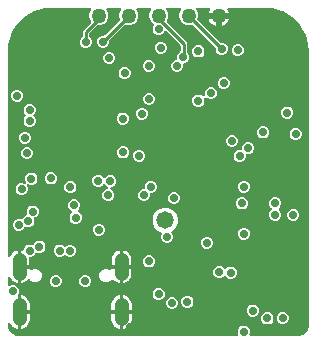
<source format=gbr>
G04 EAGLE Gerber RS-274X export*
G75*
%MOMM*%
%FSLAX34Y34*%
%LPD*%
%INBottom Copper*%
%IPPOS*%
%AMOC8*
5,1,8,0,0,1.08239X$1,22.5*%
G01*
%ADD10C,1.270000*%
%ADD11C,1.158000*%
%ADD12C,1.200000*%
%ADD13C,1.478000*%
%ADD14C,0.711200*%
%ADD15C,0.254000*%

G36*
X28294Y3812D02*
X28294Y3812D01*
X28316Y3811D01*
X30045Y3856D01*
X30054Y3852D01*
X30136Y3842D01*
X30216Y3821D01*
X30363Y3812D01*
X30370Y3811D01*
X30372Y3811D01*
X30377Y3811D01*
X212728Y3811D01*
X212778Y3817D01*
X212827Y3815D01*
X212935Y3837D01*
X213044Y3851D01*
X213090Y3869D01*
X213139Y3879D01*
X213237Y3927D01*
X213339Y3968D01*
X213380Y3997D01*
X213424Y4019D01*
X213508Y4090D01*
X213597Y4154D01*
X213628Y4193D01*
X213666Y4225D01*
X213729Y4315D01*
X213800Y4399D01*
X213821Y4444D01*
X213849Y4485D01*
X213888Y4588D01*
X213935Y4687D01*
X213944Y4736D01*
X213962Y4782D01*
X213974Y4892D01*
X213995Y4999D01*
X213992Y5049D01*
X213997Y5098D01*
X213982Y5207D01*
X213975Y5317D01*
X213960Y5364D01*
X213953Y5413D01*
X213901Y5566D01*
X213548Y6417D01*
X213548Y8438D01*
X214322Y10305D01*
X215751Y11735D01*
X217618Y12508D01*
X219640Y12508D01*
X221507Y11735D01*
X222936Y10305D01*
X223710Y8438D01*
X223710Y6417D01*
X223357Y5566D01*
X223344Y5518D01*
X223323Y5473D01*
X223302Y5365D01*
X223273Y5259D01*
X223273Y5209D01*
X223263Y5160D01*
X223270Y5051D01*
X223268Y4941D01*
X223280Y4893D01*
X223283Y4843D01*
X223317Y4739D01*
X223342Y4632D01*
X223366Y4588D01*
X223381Y4541D01*
X223440Y4448D01*
X223491Y4351D01*
X223525Y4314D01*
X223551Y4272D01*
X223631Y4197D01*
X223705Y4115D01*
X223747Y4088D01*
X223783Y4054D01*
X223879Y4001D01*
X223971Y3941D01*
X224018Y3924D01*
X224061Y3900D01*
X224167Y3873D01*
X224272Y3837D01*
X224321Y3833D01*
X224369Y3821D01*
X224530Y3811D01*
X256199Y3811D01*
X256200Y3811D01*
X256202Y3811D01*
X266221Y3834D01*
X266293Y3843D01*
X266365Y3842D01*
X266524Y3871D01*
X267662Y4153D01*
X267751Y4188D01*
X267844Y4213D01*
X267940Y4261D01*
X267958Y4268D01*
X267967Y4274D01*
X267988Y4284D01*
X270416Y5678D01*
X270539Y5772D01*
X270663Y5863D01*
X270667Y5868D01*
X270669Y5870D01*
X270674Y5876D01*
X270771Y5982D01*
X272529Y8161D01*
X272610Y8292D01*
X272692Y8423D01*
X272694Y8429D01*
X272696Y8431D01*
X272698Y8439D01*
X272750Y8573D01*
X273598Y11240D01*
X273615Y11335D01*
X273642Y11427D01*
X273652Y11534D01*
X273656Y11553D01*
X273655Y11564D01*
X273657Y11587D01*
X273689Y12651D01*
X273688Y12663D01*
X273689Y12689D01*
X273689Y13190D01*
X273687Y13210D01*
X273687Y13270D01*
X273591Y14785D01*
X273600Y14800D01*
X273625Y14897D01*
X273659Y14992D01*
X273664Y15051D01*
X273679Y15108D01*
X273689Y15269D01*
X273689Y245337D01*
X273687Y245358D01*
X273687Y245420D01*
X273388Y249978D01*
X273379Y250022D01*
X273379Y250066D01*
X273347Y250224D01*
X270988Y259029D01*
X270956Y259108D01*
X270933Y259191D01*
X270872Y259314D01*
X270868Y259324D01*
X270865Y259327D01*
X270861Y259335D01*
X266303Y267230D01*
X266251Y267298D01*
X266208Y267372D01*
X266117Y267475D01*
X266111Y267483D01*
X266107Y267486D01*
X266101Y267493D01*
X259655Y273939D01*
X259588Y273991D01*
X259527Y274051D01*
X259413Y274127D01*
X259404Y274134D01*
X259400Y274135D01*
X259393Y274140D01*
X251498Y278698D01*
X251419Y278732D01*
X251344Y278774D01*
X251215Y278817D01*
X251205Y278822D01*
X251200Y278822D01*
X251192Y278825D01*
X242386Y281185D01*
X242343Y281191D01*
X242301Y281204D01*
X242141Y281225D01*
X237583Y281524D01*
X237562Y281523D01*
X237500Y281527D01*
X210930Y281527D01*
X210930Y281526D01*
X210929Y281527D01*
X205983Y281522D01*
X205969Y281520D01*
X205955Y281522D01*
X205811Y281500D01*
X205668Y281482D01*
X205654Y281477D01*
X205640Y281475D01*
X205506Y281418D01*
X205372Y281365D01*
X205360Y281356D01*
X205347Y281351D01*
X205232Y281263D01*
X205115Y281178D01*
X205106Y281167D01*
X205094Y281158D01*
X205005Y281044D01*
X204912Y280933D01*
X204906Y280920D01*
X204897Y280908D01*
X204839Y280776D01*
X204777Y280645D01*
X204774Y280631D01*
X204768Y280618D01*
X204744Y280474D01*
X204717Y280332D01*
X204718Y280318D01*
X204716Y280304D01*
X204728Y280160D01*
X204737Y280015D01*
X204742Y280001D01*
X204743Y279987D01*
X204791Y279851D01*
X204836Y279712D01*
X204843Y279700D01*
X204848Y279687D01*
X204929Y279548D01*
X205242Y279079D01*
X205912Y277461D01*
X205923Y277407D01*
X198633Y277407D01*
X198515Y277392D01*
X198396Y277385D01*
X198358Y277372D01*
X198318Y277367D01*
X198207Y277323D01*
X198094Y277287D01*
X198059Y277265D01*
X198022Y277250D01*
X197926Y277180D01*
X197825Y277117D01*
X197797Y277087D01*
X197764Y277063D01*
X197689Y276972D01*
X197607Y276885D01*
X197587Y276850D01*
X197562Y276818D01*
X197511Y276711D01*
X197453Y276607D01*
X197443Y276567D01*
X197426Y276531D01*
X197404Y276414D01*
X197374Y276299D01*
X197370Y276238D01*
X197366Y276218D01*
X197368Y276198D01*
X197364Y276138D01*
X197364Y274867D01*
X197362Y274867D01*
X197362Y276138D01*
X197347Y276256D01*
X197340Y276375D01*
X197327Y276413D01*
X197322Y276453D01*
X197278Y276564D01*
X197242Y276677D01*
X197220Y276712D01*
X197205Y276749D01*
X197135Y276845D01*
X197072Y276946D01*
X197042Y276974D01*
X197018Y277006D01*
X196927Y277082D01*
X196840Y277164D01*
X196805Y277183D01*
X196773Y277209D01*
X196666Y277260D01*
X196561Y277317D01*
X196522Y277328D01*
X196486Y277345D01*
X196369Y277367D01*
X196254Y277397D01*
X196193Y277401D01*
X196173Y277405D01*
X196153Y277403D01*
X196093Y277407D01*
X188803Y277407D01*
X188814Y277461D01*
X189484Y279079D01*
X189787Y279533D01*
X189794Y279546D01*
X189804Y279558D01*
X189865Y279688D01*
X189929Y279817D01*
X189932Y279832D01*
X189939Y279846D01*
X189966Y279987D01*
X189996Y280128D01*
X189996Y280143D01*
X189998Y280158D01*
X189989Y280302D01*
X189984Y280446D01*
X189979Y280460D01*
X189978Y280476D01*
X189934Y280613D01*
X189893Y280750D01*
X189885Y280764D01*
X189880Y280778D01*
X189803Y280899D01*
X189729Y281023D01*
X189718Y281034D01*
X189710Y281047D01*
X189605Y281145D01*
X189502Y281246D01*
X189489Y281254D01*
X189478Y281265D01*
X189352Y281334D01*
X189227Y281406D01*
X189213Y281410D01*
X189199Y281418D01*
X189060Y281454D01*
X188921Y281493D01*
X188906Y281493D01*
X188891Y281497D01*
X188731Y281507D01*
X179532Y281499D01*
X179394Y281482D01*
X179256Y281468D01*
X179237Y281461D01*
X179216Y281459D01*
X179087Y281408D01*
X178957Y281361D01*
X178940Y281349D01*
X178921Y281342D01*
X178808Y281260D01*
X178694Y281182D01*
X178680Y281167D01*
X178663Y281154D01*
X178575Y281048D01*
X178483Y280944D01*
X178474Y280925D01*
X178461Y280909D01*
X178402Y280784D01*
X178339Y280661D01*
X178334Y280640D01*
X178325Y280621D01*
X178299Y280485D01*
X178269Y280350D01*
X178270Y280329D01*
X178266Y280309D01*
X178275Y280171D01*
X178279Y280032D01*
X178285Y280012D01*
X178286Y279992D01*
X178329Y279860D01*
X178367Y279727D01*
X178378Y279709D01*
X178384Y279689D01*
X178459Y279572D01*
X178529Y279453D01*
X178548Y279431D01*
X178555Y279421D01*
X178570Y279407D01*
X178635Y279332D01*
X178639Y279329D01*
X179838Y276434D01*
X179838Y273302D01*
X179446Y272357D01*
X179439Y272329D01*
X179425Y272302D01*
X179397Y272176D01*
X179363Y272050D01*
X179362Y272021D01*
X179356Y271992D01*
X179360Y271862D01*
X179357Y271732D01*
X179364Y271704D01*
X179365Y271674D01*
X179401Y271550D01*
X179432Y271423D01*
X179445Y271397D01*
X179454Y271369D01*
X179520Y271257D01*
X179580Y271142D01*
X179600Y271120D01*
X179615Y271095D01*
X179722Y270974D01*
X198322Y252374D01*
X198400Y252313D01*
X198472Y252245D01*
X198525Y252216D01*
X198573Y252179D01*
X198664Y252140D01*
X198750Y252092D01*
X198809Y252077D01*
X198865Y252053D01*
X198963Y252037D01*
X199058Y252012D01*
X199158Y252006D01*
X199179Y252003D01*
X199191Y252004D01*
X199219Y252002D01*
X200823Y252002D01*
X202690Y251229D01*
X204120Y249799D01*
X204893Y247932D01*
X204893Y245911D01*
X204120Y244043D01*
X202690Y242614D01*
X200823Y241841D01*
X198802Y241841D01*
X196934Y242614D01*
X195505Y244043D01*
X194732Y245911D01*
X194732Y247534D01*
X194719Y247632D01*
X194716Y247731D01*
X194699Y247789D01*
X194692Y247849D01*
X194655Y247941D01*
X194628Y248036D01*
X194597Y248088D01*
X194575Y248145D01*
X194517Y248225D01*
X194466Y248310D01*
X194400Y248386D01*
X194388Y248402D01*
X194378Y248410D01*
X194360Y248431D01*
X175733Y267058D01*
X175710Y267076D01*
X175690Y267098D01*
X175584Y267173D01*
X175482Y267253D01*
X175454Y267265D01*
X175430Y267282D01*
X175309Y267328D01*
X175190Y267379D01*
X175161Y267384D01*
X175133Y267394D01*
X175004Y267409D01*
X174876Y267429D01*
X174846Y267426D01*
X174817Y267430D01*
X174688Y267411D01*
X174559Y267399D01*
X174531Y267389D01*
X174502Y267385D01*
X174350Y267333D01*
X173529Y266993D01*
X170397Y266993D01*
X167502Y268192D01*
X165287Y270407D01*
X164088Y273302D01*
X164088Y276434D01*
X165290Y279335D01*
X165363Y279429D01*
X165452Y279537D01*
X165460Y279555D01*
X165472Y279570D01*
X165528Y279698D01*
X165587Y279825D01*
X165591Y279844D01*
X165599Y279862D01*
X165621Y280000D01*
X165647Y280137D01*
X165645Y280157D01*
X165648Y280176D01*
X165635Y280315D01*
X165627Y280454D01*
X165620Y280473D01*
X165619Y280493D01*
X165572Y280624D01*
X165528Y280757D01*
X165518Y280773D01*
X165511Y280792D01*
X165433Y280908D01*
X165358Y281025D01*
X165344Y281039D01*
X165333Y281055D01*
X165227Y281148D01*
X165126Y281243D01*
X165109Y281253D01*
X165094Y281266D01*
X164970Y281329D01*
X164847Y281396D01*
X164828Y281401D01*
X164811Y281410D01*
X164675Y281441D01*
X164539Y281476D01*
X164512Y281477D01*
X164501Y281480D01*
X164480Y281479D01*
X164379Y281486D01*
X154154Y281477D01*
X154017Y281459D01*
X153879Y281446D01*
X153859Y281439D01*
X153838Y281437D01*
X153710Y281386D01*
X153579Y281339D01*
X153562Y281327D01*
X153543Y281319D01*
X153431Y281238D01*
X153316Y281160D01*
X153302Y281144D01*
X153286Y281132D01*
X153197Y281025D01*
X153106Y280922D01*
X153096Y280903D01*
X153083Y280887D01*
X153024Y280762D01*
X152961Y280638D01*
X152957Y280618D01*
X152948Y280599D01*
X152922Y280464D01*
X152892Y280328D01*
X152892Y280307D01*
X152888Y280287D01*
X152897Y280148D01*
X152901Y280010D01*
X152907Y279990D01*
X152908Y279969D01*
X152951Y279838D01*
X152990Y279705D01*
X153000Y279687D01*
X153007Y279667D01*
X153081Y279550D01*
X153151Y279431D01*
X153170Y279409D01*
X153177Y279398D01*
X153192Y279384D01*
X153237Y279333D01*
X154438Y276434D01*
X154438Y273302D01*
X153338Y270647D01*
X153330Y270618D01*
X153317Y270592D01*
X153288Y270465D01*
X153254Y270340D01*
X153254Y270310D01*
X153247Y270282D01*
X153251Y270152D01*
X153249Y270022D01*
X153256Y269993D01*
X153257Y269964D01*
X153293Y269839D01*
X153323Y269713D01*
X153337Y269687D01*
X153345Y269658D01*
X153411Y269547D01*
X153472Y269432D01*
X153492Y269410D01*
X153507Y269384D01*
X153613Y269264D01*
X168691Y254186D01*
X170700Y252177D01*
X170700Y243942D01*
X170712Y243844D01*
X170715Y243745D01*
X170732Y243687D01*
X170740Y243626D01*
X170776Y243534D01*
X170804Y243439D01*
X170834Y243387D01*
X170857Y243331D01*
X170915Y243251D01*
X170965Y243165D01*
X171031Y243090D01*
X171043Y243073D01*
X171053Y243066D01*
X171071Y243045D01*
X171706Y242410D01*
X172479Y240543D01*
X172479Y238522D01*
X171706Y236654D01*
X170276Y235225D01*
X168371Y234436D01*
X168263Y234429D01*
X168225Y234417D01*
X168185Y234412D01*
X168074Y234368D01*
X167961Y234331D01*
X167927Y234310D01*
X167889Y234295D01*
X167793Y234225D01*
X167692Y234161D01*
X167664Y234132D01*
X167632Y234108D01*
X167556Y234016D01*
X167474Y233929D01*
X167455Y233894D01*
X167429Y233863D01*
X167378Y233755D01*
X167321Y233651D01*
X167310Y233612D01*
X167293Y233575D01*
X167271Y233458D01*
X167241Y233343D01*
X167237Y233283D01*
X167233Y233263D01*
X167235Y233243D01*
X167231Y233182D01*
X167231Y231267D01*
X166457Y229400D01*
X165028Y227971D01*
X163161Y227197D01*
X161139Y227197D01*
X159272Y227971D01*
X157843Y229400D01*
X157069Y231267D01*
X157069Y233289D01*
X157843Y235156D01*
X159272Y236585D01*
X161177Y237374D01*
X161285Y237381D01*
X161324Y237393D01*
X161364Y237399D01*
X161475Y237442D01*
X161588Y237479D01*
X161622Y237501D01*
X161660Y237516D01*
X161756Y237585D01*
X161857Y237649D01*
X161884Y237679D01*
X161917Y237702D01*
X161993Y237794D01*
X162074Y237881D01*
X162094Y237916D01*
X162120Y237947D01*
X162170Y238055D01*
X162228Y238159D01*
X162238Y238199D01*
X162255Y238235D01*
X162278Y238352D01*
X162307Y238467D01*
X162311Y238527D01*
X162315Y238547D01*
X162314Y238568D01*
X162318Y238628D01*
X162318Y240543D01*
X163091Y242410D01*
X164590Y243910D01*
X164602Y243916D01*
X164624Y243937D01*
X164649Y243953D01*
X164738Y244047D01*
X164831Y244138D01*
X164847Y244163D01*
X164867Y244185D01*
X164930Y244298D01*
X164997Y244409D01*
X165006Y244437D01*
X165021Y244463D01*
X165053Y244589D01*
X165091Y244713D01*
X165093Y244742D01*
X165100Y244771D01*
X165107Y244886D01*
X165108Y244888D01*
X165108Y244890D01*
X165110Y244932D01*
X165110Y249336D01*
X165098Y249434D01*
X165095Y249533D01*
X165078Y249591D01*
X165070Y249652D01*
X165034Y249744D01*
X165006Y249839D01*
X164976Y249891D01*
X164953Y249947D01*
X164895Y250027D01*
X164845Y250113D01*
X164779Y250188D01*
X164767Y250205D01*
X164757Y250212D01*
X164738Y250233D01*
X153257Y261715D01*
X153218Y261745D01*
X153185Y261782D01*
X153093Y261842D01*
X153006Y261910D01*
X152960Y261929D01*
X152919Y261957D01*
X152815Y261992D01*
X152714Y262036D01*
X152665Y262044D01*
X152618Y262060D01*
X152509Y262069D01*
X152400Y262086D01*
X152350Y262081D01*
X152301Y262085D01*
X152193Y262066D01*
X152083Y262056D01*
X152037Y262039D01*
X151988Y262031D01*
X151887Y261986D01*
X151784Y261948D01*
X151743Y261921D01*
X151698Y261900D01*
X151612Y261832D01*
X151521Y261770D01*
X151488Y261733D01*
X151449Y261702D01*
X151383Y261614D01*
X151310Y261531D01*
X151288Y261487D01*
X151258Y261447D01*
X151187Y261303D01*
X150815Y260405D01*
X149386Y258976D01*
X147518Y258202D01*
X145497Y258202D01*
X143630Y258976D01*
X142201Y260405D01*
X141427Y262272D01*
X141427Y264293D01*
X142201Y266161D01*
X142270Y266230D01*
X142343Y266324D01*
X142421Y266413D01*
X142440Y266449D01*
X142464Y266481D01*
X142512Y266590D01*
X142566Y266696D01*
X142575Y266736D01*
X142591Y266773D01*
X142609Y266890D01*
X142636Y267007D01*
X142634Y267047D01*
X142641Y267087D01*
X142630Y267205D01*
X142626Y267325D01*
X142615Y267363D01*
X142611Y267404D01*
X142571Y267516D01*
X142538Y267630D01*
X142517Y267665D01*
X142503Y267703D01*
X142436Y267802D01*
X142376Y267904D01*
X142336Y267949D01*
X142325Y267966D01*
X142309Y267980D01*
X142270Y268025D01*
X139887Y270407D01*
X138688Y273302D01*
X138688Y276434D01*
X139895Y279348D01*
X139941Y279407D01*
X140029Y279514D01*
X140038Y279532D01*
X140050Y279548D01*
X140106Y279676D01*
X140165Y279802D01*
X140168Y279821D01*
X140176Y279840D01*
X140198Y279978D01*
X140224Y280115D01*
X140223Y280134D01*
X140226Y280154D01*
X140213Y280293D01*
X140204Y280432D01*
X140198Y280451D01*
X140196Y280470D01*
X140149Y280602D01*
X140106Y280735D01*
X140095Y280751D01*
X140089Y280770D01*
X140010Y280885D01*
X139936Y281003D01*
X139921Y281016D01*
X139910Y281033D01*
X139806Y281125D01*
X139704Y281221D01*
X139686Y281230D01*
X139672Y281243D01*
X139548Y281307D01*
X139425Y281374D01*
X139406Y281379D01*
X139389Y281388D01*
X139252Y281418D01*
X139117Y281453D01*
X139090Y281455D01*
X139078Y281458D01*
X139058Y281457D01*
X138956Y281463D01*
X128776Y281454D01*
X128639Y281437D01*
X128501Y281424D01*
X128481Y281417D01*
X128461Y281414D01*
X128332Y281363D01*
X128202Y281316D01*
X128184Y281305D01*
X128165Y281297D01*
X128053Y281216D01*
X127938Y281138D01*
X127925Y281122D01*
X127908Y281110D01*
X127820Y281003D01*
X127728Y280899D01*
X127719Y280881D01*
X127705Y280865D01*
X127646Y280739D01*
X127583Y280616D01*
X127579Y280596D01*
X127570Y280577D01*
X127544Y280442D01*
X127514Y280306D01*
X127514Y280285D01*
X127511Y280264D01*
X127519Y280127D01*
X127524Y279988D01*
X127529Y279968D01*
X127531Y279947D01*
X127574Y279815D01*
X127612Y279682D01*
X127622Y279664D01*
X127629Y279645D01*
X127703Y279528D01*
X127774Y279408D01*
X127793Y279387D01*
X127799Y279376D01*
X127814Y279362D01*
X127835Y279339D01*
X129038Y276434D01*
X129038Y273302D01*
X127839Y270407D01*
X125624Y268192D01*
X122729Y266993D01*
X119597Y266993D01*
X118916Y267275D01*
X118888Y267283D01*
X118861Y267296D01*
X118735Y267325D01*
X118610Y267359D01*
X118580Y267359D01*
X118551Y267366D01*
X118421Y267362D01*
X118292Y267364D01*
X118263Y267357D01*
X118233Y267356D01*
X118109Y267320D01*
X117982Y267290D01*
X117956Y267276D01*
X117928Y267268D01*
X117816Y267202D01*
X117701Y267141D01*
X117679Y267121D01*
X117654Y267106D01*
X117533Y267000D01*
X104824Y254291D01*
X104763Y254213D01*
X104696Y254141D01*
X104666Y254088D01*
X104629Y254040D01*
X104590Y253949D01*
X104542Y253862D01*
X104527Y253804D01*
X104503Y253748D01*
X104487Y253650D01*
X104463Y253554D01*
X104456Y253454D01*
X104453Y253434D01*
X104454Y253421D01*
X104452Y253393D01*
X104452Y251760D01*
X103679Y249893D01*
X102250Y248463D01*
X100382Y247690D01*
X98361Y247690D01*
X96494Y248463D01*
X95064Y249893D01*
X94291Y251760D01*
X94291Y253781D01*
X95064Y255649D01*
X96494Y257078D01*
X98361Y257851D01*
X99954Y257851D01*
X100052Y257864D01*
X100151Y257867D01*
X100209Y257884D01*
X100270Y257891D01*
X100362Y257928D01*
X100457Y257955D01*
X100509Y257986D01*
X100565Y258008D01*
X100645Y258066D01*
X100731Y258117D01*
X100806Y258183D01*
X100823Y258195D01*
X100830Y258204D01*
X100852Y258223D01*
X113462Y270834D01*
X113480Y270857D01*
X113503Y270876D01*
X113577Y270982D01*
X113657Y271085D01*
X113669Y271112D01*
X113686Y271136D01*
X113732Y271258D01*
X113784Y271377D01*
X113788Y271406D01*
X113799Y271434D01*
X113813Y271563D01*
X113833Y271691D01*
X113831Y271720D01*
X113834Y271750D01*
X113816Y271878D01*
X113804Y272008D01*
X113794Y272035D01*
X113790Y272065D01*
X113737Y272217D01*
X113288Y273302D01*
X113288Y276434D01*
X114501Y279362D01*
X114518Y279384D01*
X114607Y279492D01*
X114615Y279510D01*
X114627Y279525D01*
X114683Y279653D01*
X114742Y279780D01*
X114746Y279799D01*
X114754Y279817D01*
X114776Y279955D01*
X114802Y280092D01*
X114801Y280112D01*
X114804Y280131D01*
X114791Y280270D01*
X114782Y280410D01*
X114776Y280428D01*
X114774Y280448D01*
X114727Y280579D01*
X114684Y280712D01*
X114673Y280729D01*
X114666Y280747D01*
X114588Y280863D01*
X114513Y280981D01*
X114499Y280994D01*
X114488Y281010D01*
X114383Y281103D01*
X114281Y281198D01*
X114264Y281208D01*
X114249Y281221D01*
X114126Y281284D01*
X114003Y281352D01*
X113984Y281357D01*
X113966Y281365D01*
X113830Y281396D01*
X113695Y281431D01*
X113668Y281433D01*
X113656Y281435D01*
X113636Y281435D01*
X113534Y281441D01*
X103399Y281432D01*
X103261Y281415D01*
X103123Y281402D01*
X103104Y281395D01*
X103083Y281392D01*
X102954Y281341D01*
X102824Y281294D01*
X102807Y281282D01*
X102787Y281275D01*
X102675Y281193D01*
X102561Y281115D01*
X102547Y281100D01*
X102530Y281088D01*
X102442Y280981D01*
X102350Y280877D01*
X102341Y280858D01*
X102328Y280842D01*
X102269Y280717D01*
X102206Y280594D01*
X102201Y280573D01*
X102192Y280555D01*
X102167Y280419D01*
X102136Y280283D01*
X102137Y280262D01*
X102133Y280242D01*
X102142Y280104D01*
X102146Y279965D01*
X102152Y279946D01*
X102153Y279925D01*
X102196Y279793D01*
X102234Y279660D01*
X102245Y279642D01*
X102251Y279622D01*
X102326Y279505D01*
X102396Y279386D01*
X102415Y279364D01*
X102422Y279354D01*
X102433Y279343D01*
X103638Y276434D01*
X103638Y273302D01*
X102439Y270407D01*
X100224Y268192D01*
X97329Y266993D01*
X95416Y266993D01*
X95318Y266981D01*
X95219Y266978D01*
X95161Y266961D01*
X95101Y266953D01*
X95008Y266917D01*
X94913Y266889D01*
X94861Y266859D01*
X94805Y266836D01*
X94725Y266778D01*
X94639Y266728D01*
X94564Y266662D01*
X94548Y266650D01*
X94540Y266640D01*
X94519Y266621D01*
X88105Y260208D01*
X88045Y260130D01*
X87977Y260058D01*
X87948Y260005D01*
X87910Y259957D01*
X87871Y259866D01*
X87823Y259779D01*
X87808Y259721D01*
X87784Y259665D01*
X87769Y259567D01*
X87744Y259471D01*
X87738Y259371D01*
X87734Y259351D01*
X87735Y259339D01*
X87734Y259311D01*
X87734Y257331D01*
X87746Y257233D01*
X87749Y257134D01*
X87766Y257076D01*
X87774Y257016D01*
X87810Y256924D01*
X87837Y256829D01*
X87868Y256776D01*
X87891Y256720D01*
X87949Y256640D01*
X87999Y256555D01*
X88065Y256479D01*
X88077Y256463D01*
X88087Y256455D01*
X88105Y256434D01*
X89246Y255293D01*
X90020Y253426D01*
X90020Y251404D01*
X89246Y249537D01*
X87817Y248108D01*
X85950Y247334D01*
X83928Y247334D01*
X82061Y248108D01*
X80632Y249537D01*
X79858Y251404D01*
X79858Y253426D01*
X80632Y255293D01*
X81772Y256434D01*
X81833Y256512D01*
X81901Y256584D01*
X81930Y256637D01*
X81967Y256685D01*
X82007Y256776D01*
X82055Y256863D01*
X82070Y256921D01*
X82094Y256977D01*
X82109Y257075D01*
X82134Y257171D01*
X82140Y257271D01*
X82144Y257291D01*
X82142Y257303D01*
X82144Y257331D01*
X82144Y262152D01*
X88872Y268879D01*
X88890Y268903D01*
X88912Y268922D01*
X88987Y269028D01*
X89067Y269131D01*
X89079Y269158D01*
X89096Y269182D01*
X89142Y269303D01*
X89193Y269422D01*
X89198Y269452D01*
X89208Y269479D01*
X89223Y269608D01*
X89243Y269737D01*
X89240Y269766D01*
X89243Y269795D01*
X89225Y269924D01*
X89213Y270053D01*
X89203Y270081D01*
X89199Y270110D01*
X89147Y270263D01*
X87888Y273302D01*
X87888Y276434D01*
X89106Y279374D01*
X89185Y279470D01*
X89193Y279487D01*
X89205Y279503D01*
X89261Y279631D01*
X89320Y279758D01*
X89324Y279777D01*
X89332Y279795D01*
X89353Y279933D01*
X89380Y280070D01*
X89378Y280090D01*
X89381Y280109D01*
X89368Y280248D01*
X89360Y280387D01*
X89353Y280406D01*
X89352Y280426D01*
X89304Y280557D01*
X89261Y280690D01*
X89251Y280706D01*
X89244Y280725D01*
X89165Y280841D01*
X89091Y280958D01*
X89077Y280972D01*
X89066Y280988D01*
X88961Y281081D01*
X88859Y281176D01*
X88842Y281186D01*
X88827Y281198D01*
X88703Y281262D01*
X88580Y281329D01*
X88561Y281334D01*
X88544Y281343D01*
X88408Y281374D01*
X88272Y281409D01*
X88245Y281410D01*
X88234Y281413D01*
X88214Y281412D01*
X88112Y281419D01*
X73090Y281405D01*
X73077Y281404D01*
X70973Y281404D01*
X70972Y281404D01*
X68938Y281402D01*
X68936Y281402D01*
X68930Y281402D01*
X68908Y281402D01*
X68883Y281403D01*
X54832Y281402D01*
X54811Y281399D01*
X54746Y281399D01*
X50191Y281088D01*
X50148Y281080D01*
X50104Y281079D01*
X49946Y281047D01*
X41149Y278672D01*
X41070Y278639D01*
X40988Y278616D01*
X40864Y278555D01*
X40855Y278551D01*
X40851Y278548D01*
X40844Y278545D01*
X32957Y273981D01*
X32889Y273929D01*
X32816Y273886D01*
X32712Y273794D01*
X32704Y273788D01*
X32701Y273785D01*
X32695Y273780D01*
X26252Y267336D01*
X26199Y267269D01*
X26140Y267208D01*
X26063Y267092D01*
X26057Y267085D01*
X26055Y267081D01*
X26051Y267074D01*
X21487Y259187D01*
X21454Y259108D01*
X21412Y259034D01*
X21367Y258903D01*
X21363Y258894D01*
X21363Y258890D01*
X21360Y258882D01*
X18985Y250084D01*
X18979Y250041D01*
X18965Y249999D01*
X18944Y249840D01*
X18633Y245285D01*
X18635Y245264D01*
X18630Y245198D01*
X18630Y71599D01*
X18639Y71530D01*
X18638Y71460D01*
X18659Y71373D01*
X18670Y71284D01*
X18696Y71219D01*
X18712Y71151D01*
X18754Y71072D01*
X18787Y70988D01*
X18828Y70932D01*
X18861Y70870D01*
X18921Y70803D01*
X18974Y70731D01*
X19028Y70686D01*
X19075Y70635D01*
X19150Y70585D01*
X19219Y70528D01*
X19282Y70498D01*
X19341Y70460D01*
X19426Y70431D01*
X19507Y70392D01*
X19575Y70379D01*
X19641Y70357D01*
X19731Y70350D01*
X19819Y70333D01*
X19889Y70337D01*
X19958Y70331D01*
X20047Y70347D01*
X20137Y70352D01*
X20203Y70374D01*
X20272Y70386D01*
X20354Y70423D01*
X20439Y70450D01*
X20498Y70488D01*
X20562Y70516D01*
X20632Y70572D01*
X20708Y70621D01*
X20756Y70671D01*
X20810Y70715D01*
X20864Y70787D01*
X20926Y70852D01*
X20959Y70913D01*
X21001Y70969D01*
X21072Y71114D01*
X21377Y71850D01*
X22289Y73215D01*
X23449Y74375D01*
X24814Y75287D01*
X26330Y75915D01*
X27136Y76075D01*
X27136Y62469D01*
X27151Y62351D01*
X27158Y62232D01*
X27170Y62194D01*
X27176Y62154D01*
X27191Y62115D01*
X27176Y62035D01*
X27146Y61919D01*
X27142Y61859D01*
X27138Y61839D01*
X27140Y61819D01*
X27136Y61759D01*
X27136Y48153D01*
X26330Y48313D01*
X24814Y48941D01*
X23449Y49853D01*
X22289Y51013D01*
X21377Y52378D01*
X21072Y53114D01*
X21038Y53175D01*
X21012Y53240D01*
X20959Y53313D01*
X20915Y53391D01*
X20866Y53441D01*
X20825Y53497D01*
X20756Y53555D01*
X20694Y53619D01*
X20634Y53656D01*
X20580Y53700D01*
X20499Y53738D01*
X20422Y53785D01*
X20356Y53806D01*
X20293Y53836D01*
X20204Y53852D01*
X20119Y53879D01*
X20049Y53882D01*
X19980Y53895D01*
X19891Y53890D01*
X19801Y53894D01*
X19732Y53880D01*
X19663Y53876D01*
X19577Y53848D01*
X19489Y53830D01*
X19427Y53799D01*
X19360Y53778D01*
X19284Y53730D01*
X19204Y53690D01*
X19151Y53645D01*
X19092Y53607D01*
X19030Y53542D01*
X18962Y53484D01*
X18922Y53427D01*
X18874Y53376D01*
X18830Y53297D01*
X18779Y53224D01*
X18754Y53158D01*
X18720Y53097D01*
X18698Y53010D01*
X18666Y52926D01*
X18658Y52857D01*
X18641Y52789D01*
X18630Y52629D01*
X18630Y47057D01*
X18637Y47008D01*
X18634Y46958D01*
X18657Y46851D01*
X18670Y46742D01*
X18689Y46696D01*
X18699Y46647D01*
X18747Y46548D01*
X18787Y46446D01*
X18816Y46406D01*
X18838Y46361D01*
X18910Y46277D01*
X18974Y46189D01*
X19013Y46157D01*
X19045Y46119D01*
X19135Y46056D01*
X19219Y45986D01*
X19264Y45965D01*
X19305Y45936D01*
X19408Y45897D01*
X19507Y45850D01*
X19556Y45841D01*
X19602Y45823D01*
X19712Y45811D01*
X19819Y45790D01*
X19869Y45794D01*
X19918Y45788D01*
X20027Y45803D01*
X20137Y45810D01*
X20184Y45826D01*
X20233Y45832D01*
X20385Y45885D01*
X21900Y46512D01*
X23922Y46512D01*
X25789Y45739D01*
X27218Y44309D01*
X27992Y42442D01*
X27992Y40421D01*
X27232Y38587D01*
X27230Y38578D01*
X27225Y38570D01*
X27203Y38484D01*
X27198Y38473D01*
X27191Y38438D01*
X27188Y38424D01*
X27148Y38280D01*
X27148Y38271D01*
X27146Y38262D01*
X27140Y38171D01*
X27138Y38161D01*
X27139Y38151D01*
X27136Y38101D01*
X27136Y24219D01*
X27151Y24101D01*
X27158Y23982D01*
X27170Y23944D01*
X27176Y23904D01*
X27191Y23865D01*
X27176Y23785D01*
X27146Y23669D01*
X27142Y23609D01*
X27138Y23589D01*
X27140Y23569D01*
X27136Y23509D01*
X27136Y9479D01*
X26269Y9652D01*
X24714Y10295D01*
X23316Y11230D01*
X22126Y12420D01*
X21191Y13818D01*
X21072Y14106D01*
X21038Y14166D01*
X21012Y14231D01*
X20959Y14304D01*
X20915Y14382D01*
X20866Y14432D01*
X20825Y14489D01*
X20756Y14546D01*
X20694Y14610D01*
X20634Y14647D01*
X20580Y14691D01*
X20499Y14730D01*
X20422Y14777D01*
X20356Y14797D01*
X20293Y14827D01*
X20205Y14844D01*
X20119Y14870D01*
X20049Y14874D01*
X19980Y14887D01*
X19891Y14881D01*
X19801Y14885D01*
X19732Y14871D01*
X19663Y14867D01*
X19577Y14839D01*
X19489Y14821D01*
X19427Y14790D01*
X19360Y14769D01*
X19284Y14721D01*
X19204Y14681D01*
X19151Y14636D01*
X19092Y14599D01*
X19030Y14533D01*
X18962Y14475D01*
X18922Y14418D01*
X18874Y14367D01*
X18830Y14288D01*
X18779Y14215D01*
X18754Y14150D01*
X18720Y14089D01*
X18698Y14002D01*
X18666Y13918D01*
X18658Y13848D01*
X18641Y13781D01*
X18630Y13620D01*
X18630Y12961D01*
X18631Y12958D01*
X18640Y12803D01*
X18836Y11240D01*
X18843Y11210D01*
X18844Y11189D01*
X18862Y11134D01*
X18880Y11032D01*
X18909Y10953D01*
X18914Y10931D01*
X18922Y10918D01*
X18936Y10881D01*
X20222Y7990D01*
X20227Y7982D01*
X20230Y7973D01*
X20310Y7845D01*
X20387Y7718D01*
X20394Y7711D01*
X20399Y7703D01*
X20508Y7585D01*
X22804Y5407D01*
X22811Y5401D01*
X22817Y5394D01*
X22878Y5351D01*
X22907Y5323D01*
X22947Y5301D01*
X23060Y5218D01*
X23068Y5215D01*
X23076Y5209D01*
X23222Y5142D01*
X26177Y4008D01*
X26280Y3982D01*
X26381Y3949D01*
X26464Y3937D01*
X26486Y3932D01*
X26501Y3932D01*
X26540Y3927D01*
X28102Y3814D01*
X28124Y3815D01*
X28194Y3811D01*
X28283Y3811D01*
X28294Y3812D01*
G37*
%LPC*%
G36*
X152689Y82307D02*
X152689Y82307D01*
X150822Y83080D01*
X149393Y84509D01*
X148619Y86377D01*
X148619Y88398D01*
X149213Y89830D01*
X149244Y89945D01*
X149283Y90058D01*
X149286Y90098D01*
X149296Y90137D01*
X149298Y90256D01*
X149308Y90375D01*
X149301Y90415D01*
X149302Y90455D01*
X149274Y90571D01*
X149253Y90688D01*
X149237Y90725D01*
X149227Y90764D01*
X149172Y90870D01*
X149123Y90978D01*
X149098Y91010D01*
X149079Y91046D01*
X148998Y91134D01*
X148924Y91227D01*
X148892Y91251D01*
X148865Y91281D01*
X148765Y91346D01*
X148670Y91418D01*
X148616Y91444D01*
X148599Y91456D01*
X148580Y91462D01*
X148526Y91489D01*
X146014Y92529D01*
X143006Y95537D01*
X141379Y99467D01*
X141379Y103721D01*
X143006Y107651D01*
X146014Y110659D01*
X149944Y112287D01*
X154198Y112287D01*
X158128Y110659D01*
X161136Y107651D01*
X162764Y103721D01*
X162764Y99467D01*
X161136Y95537D01*
X158120Y92521D01*
X158107Y92516D01*
X158091Y92505D01*
X158081Y92501D01*
X158025Y92461D01*
X158016Y92454D01*
X157921Y92400D01*
X157885Y92365D01*
X157844Y92337D01*
X157771Y92255D01*
X157692Y92179D01*
X157666Y92136D01*
X157633Y92099D01*
X157583Y92001D01*
X157526Y91908D01*
X157511Y91860D01*
X157489Y91816D01*
X157465Y91709D01*
X157432Y91604D01*
X157430Y91554D01*
X157419Y91505D01*
X157422Y91396D01*
X157417Y91286D01*
X157427Y91237D01*
X157429Y91188D01*
X157459Y91082D01*
X157481Y90975D01*
X157503Y90930D01*
X157517Y90882D01*
X157573Y90787D01*
X157621Y90689D01*
X157653Y90651D01*
X157679Y90608D01*
X157785Y90487D01*
X158007Y90265D01*
X158781Y88398D01*
X158781Y86377D01*
X158007Y84509D01*
X156578Y83080D01*
X154711Y82307D01*
X152689Y82307D01*
G37*
%LPD*%
%LPC*%
G36*
X102816Y117591D02*
X102816Y117591D01*
X100949Y118364D01*
X99519Y119794D01*
X98746Y121661D01*
X98746Y123682D01*
X99519Y125550D01*
X100949Y126979D01*
X102961Y127813D01*
X103082Y127881D01*
X103205Y127947D01*
X103220Y127960D01*
X103237Y127970D01*
X103337Y128067D01*
X103440Y128160D01*
X103451Y128177D01*
X103466Y128191D01*
X103538Y128310D01*
X103615Y128426D01*
X103621Y128445D01*
X103632Y128463D01*
X103673Y128595D01*
X103718Y128727D01*
X103720Y128747D01*
X103726Y128766D01*
X103732Y128905D01*
X103743Y129044D01*
X103740Y129064D01*
X103741Y129084D01*
X103713Y129220D01*
X103689Y129357D01*
X103681Y129376D01*
X103676Y129396D01*
X103615Y129521D01*
X103558Y129647D01*
X103546Y129663D01*
X103537Y129681D01*
X103446Y129788D01*
X103360Y129896D01*
X103344Y129908D01*
X103330Y129923D01*
X103216Y130004D01*
X103106Y130087D01*
X103080Y130099D01*
X103070Y130106D01*
X103051Y130114D01*
X102961Y130158D01*
X102763Y130240D01*
X101259Y131744D01*
X101165Y131817D01*
X101075Y131896D01*
X101040Y131914D01*
X101008Y131939D01*
X100898Y131987D01*
X100792Y132041D01*
X100753Y132050D01*
X100716Y132066D01*
X100598Y132084D01*
X100482Y132110D01*
X100442Y132109D01*
X100402Y132115D01*
X100283Y132104D01*
X100164Y132101D01*
X100125Y132089D01*
X100085Y132086D01*
X99973Y132045D01*
X99859Y132012D01*
X99824Y131992D01*
X99786Y131978D01*
X99687Y131911D01*
X99585Y131851D01*
X99540Y131811D01*
X99523Y131799D01*
X99509Y131784D01*
X99464Y131744D01*
X98422Y130702D01*
X96555Y129929D01*
X94533Y129929D01*
X92666Y130702D01*
X91237Y132132D01*
X90463Y133999D01*
X90463Y136020D01*
X91237Y137888D01*
X92666Y139317D01*
X94533Y140090D01*
X96555Y140090D01*
X98422Y139317D01*
X99927Y137812D01*
X100021Y137739D01*
X100110Y137661D01*
X100146Y137642D01*
X100178Y137617D01*
X100287Y137570D01*
X100393Y137516D01*
X100433Y137507D01*
X100470Y137491D01*
X100587Y137472D01*
X100703Y137446D01*
X100744Y137448D01*
X100784Y137441D01*
X100902Y137452D01*
X101021Y137456D01*
X101060Y137467D01*
X101100Y137471D01*
X101213Y137511D01*
X101327Y137544D01*
X101362Y137565D01*
X101400Y137579D01*
X101498Y137645D01*
X101601Y137706D01*
X101646Y137746D01*
X101663Y137757D01*
X101676Y137773D01*
X101722Y137812D01*
X102763Y138854D01*
X104631Y139628D01*
X106652Y139628D01*
X108519Y138854D01*
X109949Y137425D01*
X110722Y135558D01*
X110722Y133536D01*
X109949Y131669D01*
X108519Y130240D01*
X106507Y129406D01*
X106386Y129337D01*
X106263Y129272D01*
X106248Y129259D01*
X106231Y129249D01*
X106131Y129152D01*
X106028Y129058D01*
X106017Y129041D01*
X106002Y129027D01*
X105929Y128909D01*
X105853Y128793D01*
X105847Y128773D01*
X105836Y128756D01*
X105795Y128623D01*
X105750Y128492D01*
X105748Y128472D01*
X105742Y128452D01*
X105736Y128313D01*
X105725Y128175D01*
X105728Y128155D01*
X105727Y128135D01*
X105755Y127998D01*
X105779Y127861D01*
X105787Y127843D01*
X105792Y127823D01*
X105853Y127697D01*
X105910Y127571D01*
X105922Y127556D01*
X105931Y127537D01*
X106022Y127431D01*
X106108Y127323D01*
X106124Y127311D01*
X106138Y127295D01*
X106252Y127215D01*
X106362Y127132D01*
X106388Y127119D01*
X106398Y127112D01*
X106417Y127105D01*
X106507Y127061D01*
X106705Y126979D01*
X108134Y125550D01*
X108907Y123682D01*
X108907Y121661D01*
X108134Y119794D01*
X106705Y118364D01*
X104837Y117591D01*
X102816Y117591D01*
G37*
%LPD*%
%LPC*%
G36*
X27118Y92550D02*
X27118Y92550D01*
X25251Y93324D01*
X23821Y94753D01*
X23048Y96620D01*
X23048Y98642D01*
X23821Y100509D01*
X25251Y101938D01*
X27118Y102712D01*
X29139Y102712D01*
X30089Y102318D01*
X30203Y102287D01*
X30316Y102248D01*
X30356Y102245D01*
X30395Y102234D01*
X30515Y102232D01*
X30633Y102223D01*
X30673Y102230D01*
X30713Y102229D01*
X30829Y102257D01*
X30946Y102277D01*
X30983Y102294D01*
X31023Y102303D01*
X31128Y102359D01*
X31236Y102408D01*
X31268Y102433D01*
X31304Y102452D01*
X31392Y102532D01*
X31485Y102607D01*
X31509Y102639D01*
X31539Y102666D01*
X31604Y102765D01*
X31676Y102861D01*
X31703Y102915D01*
X31714Y102932D01*
X31721Y102951D01*
X31747Y103005D01*
X32045Y103724D01*
X33474Y105153D01*
X34450Y105558D01*
X34554Y105617D01*
X34660Y105669D01*
X34691Y105695D01*
X34726Y105715D01*
X34812Y105798D01*
X34902Y105875D01*
X34926Y105908D01*
X34955Y105936D01*
X35017Y106038D01*
X35085Y106135D01*
X35100Y106173D01*
X35121Y106207D01*
X35156Y106321D01*
X35198Y106433D01*
X35203Y106473D01*
X35215Y106511D01*
X35220Y106630D01*
X35233Y106749D01*
X35228Y106789D01*
X35230Y106829D01*
X35206Y106946D01*
X35189Y107064D01*
X35169Y107120D01*
X35165Y107140D01*
X35156Y107159D01*
X35137Y107216D01*
X34827Y107963D01*
X34827Y109985D01*
X35601Y111852D01*
X37030Y113281D01*
X38897Y114055D01*
X40919Y114055D01*
X42786Y113281D01*
X44215Y111852D01*
X44989Y109985D01*
X44989Y107963D01*
X44215Y106096D01*
X42786Y104667D01*
X41810Y104262D01*
X41706Y104203D01*
X41600Y104151D01*
X41569Y104125D01*
X41534Y104105D01*
X41448Y104022D01*
X41358Y103945D01*
X41334Y103912D01*
X41305Y103884D01*
X41243Y103782D01*
X41175Y103685D01*
X41160Y103647D01*
X41139Y103613D01*
X41104Y103499D01*
X41062Y103387D01*
X41057Y103347D01*
X41045Y103309D01*
X41040Y103190D01*
X41027Y103071D01*
X41032Y103031D01*
X41030Y102991D01*
X41054Y102874D01*
X41071Y102756D01*
X41091Y102700D01*
X41095Y102680D01*
X41104Y102661D01*
X41123Y102604D01*
X41433Y101857D01*
X41433Y99835D01*
X40659Y97968D01*
X39230Y96539D01*
X37363Y95765D01*
X35341Y95765D01*
X34392Y96159D01*
X34277Y96190D01*
X34164Y96229D01*
X34124Y96232D01*
X34085Y96243D01*
X33966Y96244D01*
X33847Y96254D01*
X33808Y96247D01*
X33767Y96248D01*
X33651Y96220D01*
X33534Y96199D01*
X33497Y96183D01*
X33458Y96173D01*
X33353Y96118D01*
X33244Y96069D01*
X33212Y96044D01*
X33177Y96025D01*
X33089Y95945D01*
X32996Y95870D01*
X32971Y95838D01*
X32941Y95811D01*
X32876Y95711D01*
X32804Y95616D01*
X32778Y95562D01*
X32767Y95545D01*
X32760Y95526D01*
X32733Y95472D01*
X32436Y94753D01*
X31006Y93324D01*
X29139Y92550D01*
X27118Y92550D01*
G37*
%LPD*%
%LPC*%
G36*
X30384Y63738D02*
X30384Y63738D01*
X30384Y76075D01*
X30825Y75987D01*
X30980Y75976D01*
X31131Y75964D01*
X31136Y75965D01*
X31142Y75965D01*
X31293Y75992D01*
X31444Y76019D01*
X31449Y76021D01*
X31455Y76022D01*
X31593Y76086D01*
X31734Y76149D01*
X31739Y76153D01*
X31744Y76155D01*
X31862Y76251D01*
X31983Y76348D01*
X31986Y76352D01*
X31990Y76356D01*
X32081Y76478D01*
X32174Y76602D01*
X32177Y76608D01*
X32179Y76611D01*
X32183Y76620D01*
X32245Y76746D01*
X33109Y78832D01*
X34538Y80261D01*
X36405Y81035D01*
X38427Y81035D01*
X39333Y80659D01*
X39448Y80628D01*
X39561Y80589D01*
X39601Y80586D01*
X39640Y80575D01*
X39759Y80573D01*
X39878Y80564D01*
X39917Y80571D01*
X39958Y80570D01*
X40074Y80598D01*
X40191Y80618D01*
X40228Y80635D01*
X40267Y80644D01*
X40372Y80700D01*
X40481Y80749D01*
X40513Y80774D01*
X40548Y80793D01*
X40637Y80873D01*
X40729Y80947D01*
X40754Y80980D01*
X40784Y81007D01*
X40849Y81106D01*
X40921Y81202D01*
X40947Y81256D01*
X40958Y81273D01*
X40965Y81292D01*
X40992Y81346D01*
X41353Y82218D01*
X42782Y83647D01*
X44649Y84421D01*
X46671Y84421D01*
X48538Y83647D01*
X49967Y82218D01*
X50741Y80351D01*
X50741Y78329D01*
X49967Y76462D01*
X48538Y75033D01*
X46671Y74259D01*
X44649Y74259D01*
X43743Y74635D01*
X43628Y74666D01*
X43515Y74705D01*
X43475Y74708D01*
X43436Y74719D01*
X43317Y74721D01*
X43198Y74730D01*
X43159Y74723D01*
X43118Y74724D01*
X43002Y74696D01*
X42885Y74676D01*
X42848Y74659D01*
X42809Y74650D01*
X42704Y74594D01*
X42595Y74545D01*
X42563Y74520D01*
X42528Y74501D01*
X42440Y74421D01*
X42347Y74347D01*
X42322Y74314D01*
X42292Y74287D01*
X42227Y74188D01*
X42155Y74093D01*
X42129Y74038D01*
X42118Y74021D01*
X42111Y74002D01*
X42084Y73948D01*
X41723Y73076D01*
X40294Y71647D01*
X38427Y70873D01*
X38210Y70873D01*
X38126Y70863D01*
X38042Y70862D01*
X37969Y70843D01*
X37894Y70833D01*
X37816Y70802D01*
X37734Y70781D01*
X37669Y70744D01*
X37599Y70716D01*
X37530Y70667D01*
X37457Y70626D01*
X37402Y70574D01*
X37341Y70530D01*
X37287Y70464D01*
X37226Y70406D01*
X37186Y70343D01*
X37139Y70285D01*
X37103Y70208D01*
X37058Y70137D01*
X37035Y70065D01*
X37003Y69997D01*
X36987Y69914D01*
X36962Y69833D01*
X36957Y69758D01*
X36943Y69685D01*
X36948Y69600D01*
X36944Y69516D01*
X36962Y69376D01*
X36963Y69367D01*
X36964Y69364D01*
X36965Y69356D01*
X37091Y68725D01*
X37091Y63738D01*
X30384Y63738D01*
G37*
%LPD*%
%LPC*%
G36*
X30384Y60490D02*
X30384Y60490D01*
X37162Y60490D01*
X37207Y60397D01*
X37248Y60295D01*
X37277Y60255D01*
X37299Y60210D01*
X37370Y60127D01*
X37434Y60038D01*
X37473Y60006D01*
X37505Y59968D01*
X37595Y59905D01*
X37679Y59835D01*
X37724Y59814D01*
X37765Y59785D01*
X37868Y59746D01*
X37967Y59699D01*
X38016Y59690D01*
X38062Y59672D01*
X38172Y59660D01*
X38279Y59640D01*
X38329Y59643D01*
X38378Y59637D01*
X38487Y59652D01*
X38597Y59659D01*
X38644Y59675D01*
X38693Y59682D01*
X38846Y59734D01*
X40828Y60555D01*
X43092Y60555D01*
X45184Y59688D01*
X46784Y58088D01*
X47651Y55996D01*
X47651Y53732D01*
X46784Y51640D01*
X45184Y50040D01*
X43092Y49173D01*
X40828Y49173D01*
X38736Y50040D01*
X37339Y51438D01*
X37272Y51489D01*
X37212Y51549D01*
X37147Y51586D01*
X37087Y51632D01*
X37010Y51666D01*
X36937Y51708D01*
X36864Y51729D01*
X36795Y51759D01*
X36712Y51772D01*
X36631Y51795D01*
X36556Y51797D01*
X36481Y51809D01*
X36397Y51801D01*
X36313Y51803D01*
X36240Y51786D01*
X36165Y51779D01*
X36085Y51750D01*
X36003Y51731D01*
X35936Y51697D01*
X35865Y51671D01*
X35796Y51624D01*
X35721Y51585D01*
X35665Y51535D01*
X35602Y51493D01*
X35546Y51429D01*
X35483Y51373D01*
X35398Y51261D01*
X35392Y51254D01*
X35390Y51251D01*
X35386Y51245D01*
X35231Y51013D01*
X34071Y49853D01*
X32706Y48941D01*
X31190Y48313D01*
X30384Y48153D01*
X30384Y60490D01*
G37*
%LPD*%
%LPC*%
G36*
X112730Y48313D02*
X112730Y48313D01*
X111214Y48941D01*
X109849Y49853D01*
X108689Y51013D01*
X108534Y51245D01*
X108479Y51309D01*
X108432Y51379D01*
X108375Y51429D01*
X108326Y51485D01*
X108256Y51533D01*
X108193Y51589D01*
X108126Y51623D01*
X108064Y51666D01*
X107985Y51696D01*
X107910Y51734D01*
X107837Y51750D01*
X107766Y51776D01*
X107682Y51785D01*
X107600Y51804D01*
X107524Y51801D01*
X107450Y51809D01*
X107366Y51796D01*
X107282Y51794D01*
X107209Y51773D01*
X107135Y51762D01*
X107057Y51729D01*
X106976Y51705D01*
X106911Y51667D01*
X106842Y51638D01*
X106775Y51587D01*
X106702Y51544D01*
X106597Y51451D01*
X106589Y51445D01*
X106587Y51442D01*
X106581Y51438D01*
X105184Y50040D01*
X103092Y49173D01*
X100828Y49173D01*
X98736Y50040D01*
X97136Y51640D01*
X96269Y53732D01*
X96269Y55996D01*
X97136Y58088D01*
X98736Y59688D01*
X100828Y60555D01*
X103092Y60555D01*
X105074Y59734D01*
X105122Y59720D01*
X105167Y59699D01*
X105275Y59679D01*
X105381Y59650D01*
X105431Y59649D01*
X105480Y59640D01*
X105589Y59646D01*
X105699Y59645D01*
X105747Y59656D01*
X105797Y59659D01*
X105901Y59693D01*
X106008Y59719D01*
X106052Y59742D01*
X106099Y59757D01*
X106192Y59816D01*
X106289Y59867D01*
X106326Y59901D01*
X106368Y59927D01*
X106443Y60008D01*
X106525Y60081D01*
X106552Y60123D01*
X106586Y60159D01*
X106639Y60255D01*
X106699Y60347D01*
X106716Y60394D01*
X106740Y60438D01*
X106753Y60490D01*
X113536Y60490D01*
X113536Y48153D01*
X112730Y48313D01*
G37*
%LPD*%
%LPC*%
G36*
X179294Y197900D02*
X179294Y197900D01*
X177427Y198673D01*
X175998Y200102D01*
X175224Y201970D01*
X175224Y203991D01*
X175998Y205858D01*
X177427Y207288D01*
X179294Y208061D01*
X181316Y208061D01*
X183183Y207288D01*
X183701Y206769D01*
X183756Y206727D01*
X183805Y206676D01*
X183881Y206629D01*
X183952Y206574D01*
X184017Y206547D01*
X184076Y206510D01*
X184162Y206484D01*
X184244Y206448D01*
X184313Y206437D01*
X184380Y206417D01*
X184469Y206412D01*
X184558Y206398D01*
X184628Y206405D01*
X184698Y206401D01*
X184785Y206420D01*
X184875Y206428D01*
X184941Y206452D01*
X185009Y206466D01*
X185090Y206505D01*
X185174Y206536D01*
X185232Y206575D01*
X185295Y206606D01*
X185363Y206664D01*
X185437Y206714D01*
X185484Y206767D01*
X185537Y206812D01*
X185588Y206885D01*
X185648Y206953D01*
X185680Y207015D01*
X185720Y207072D01*
X185752Y207156D01*
X185792Y207236D01*
X185808Y207304D01*
X185832Y207369D01*
X185842Y207459D01*
X185862Y207546D01*
X185860Y207616D01*
X185868Y207685D01*
X185855Y207774D01*
X185852Y207864D01*
X185833Y207931D01*
X185823Y208000D01*
X185807Y208047D01*
X185807Y210086D01*
X186581Y211954D01*
X188010Y213383D01*
X189877Y214157D01*
X191899Y214157D01*
X193766Y213383D01*
X195195Y211954D01*
X195969Y210086D01*
X195969Y208065D01*
X195195Y206198D01*
X193766Y204769D01*
X191899Y203995D01*
X189877Y203995D01*
X188010Y204769D01*
X187492Y205287D01*
X187437Y205329D01*
X187388Y205380D01*
X187311Y205427D01*
X187241Y205482D01*
X187177Y205509D01*
X187117Y205546D01*
X187031Y205572D01*
X186949Y205608D01*
X186880Y205619D01*
X186813Y205640D01*
X186724Y205644D01*
X186635Y205658D01*
X186565Y205651D01*
X186495Y205655D01*
X186408Y205637D01*
X186318Y205628D01*
X186252Y205604D01*
X186184Y205590D01*
X186103Y205551D01*
X186019Y205520D01*
X185961Y205481D01*
X185898Y205451D01*
X185830Y205392D01*
X185756Y205342D01*
X185709Y205290D01*
X185656Y205244D01*
X185605Y205171D01*
X185545Y205103D01*
X185513Y205041D01*
X185473Y204984D01*
X185441Y204900D01*
X185401Y204820D01*
X185385Y204752D01*
X185361Y204687D01*
X185351Y204597D01*
X185331Y204510D01*
X185333Y204440D01*
X185325Y204371D01*
X185338Y204282D01*
X185341Y204192D01*
X185360Y204125D01*
X185370Y204056D01*
X185386Y204009D01*
X185386Y201970D01*
X184612Y200102D01*
X183183Y198673D01*
X181316Y197900D01*
X179294Y197900D01*
G37*
%LPD*%
%LPC*%
G36*
X75219Y98813D02*
X75219Y98813D01*
X73352Y99587D01*
X71923Y101016D01*
X71149Y102883D01*
X71149Y104905D01*
X71923Y106772D01*
X72909Y107759D01*
X72940Y107798D01*
X72977Y107831D01*
X73037Y107923D01*
X73104Y108010D01*
X73124Y108055D01*
X73151Y108097D01*
X73187Y108201D01*
X73231Y108302D01*
X73238Y108351D01*
X73254Y108398D01*
X73263Y108507D01*
X73280Y108616D01*
X73276Y108665D01*
X73280Y108715D01*
X73261Y108823D01*
X73251Y108932D01*
X73234Y108979D01*
X73225Y109028D01*
X73180Y109128D01*
X73143Y109232D01*
X73115Y109273D01*
X73095Y109318D01*
X73026Y109404D01*
X72964Y109495D01*
X72927Y109528D01*
X72896Y109566D01*
X72808Y109633D01*
X72726Y109705D01*
X72682Y109728D01*
X72642Y109758D01*
X72497Y109829D01*
X72082Y110001D01*
X70653Y111430D01*
X69879Y113297D01*
X69879Y115319D01*
X70653Y117186D01*
X72082Y118615D01*
X73949Y119389D01*
X75971Y119389D01*
X77838Y118615D01*
X79267Y117186D01*
X80041Y115319D01*
X80041Y113297D01*
X79267Y111430D01*
X78281Y110443D01*
X78250Y110404D01*
X78213Y110371D01*
X78153Y110279D01*
X78086Y110192D01*
X78066Y110147D01*
X78039Y110105D01*
X78003Y110001D01*
X77959Y109900D01*
X77952Y109851D01*
X77936Y109804D01*
X77927Y109695D01*
X77910Y109586D01*
X77914Y109537D01*
X77910Y109487D01*
X77929Y109379D01*
X77939Y109270D01*
X77956Y109223D01*
X77965Y109174D01*
X78010Y109074D01*
X78047Y108970D01*
X78075Y108929D01*
X78095Y108884D01*
X78164Y108798D01*
X78226Y108707D01*
X78263Y108674D01*
X78294Y108636D01*
X78382Y108569D01*
X78464Y108497D01*
X78508Y108474D01*
X78548Y108444D01*
X78693Y108373D01*
X79108Y108201D01*
X80537Y106772D01*
X81311Y104905D01*
X81311Y102883D01*
X80537Y101016D01*
X79108Y99587D01*
X77241Y98813D01*
X75219Y98813D01*
G37*
%LPD*%
%LPC*%
G36*
X29499Y122943D02*
X29499Y122943D01*
X27632Y123717D01*
X26203Y125146D01*
X25429Y127013D01*
X25429Y129035D01*
X26203Y130902D01*
X27632Y132331D01*
X29499Y133105D01*
X31521Y133105D01*
X32854Y132552D01*
X32988Y132516D01*
X33121Y132475D01*
X33141Y132474D01*
X33161Y132468D01*
X33300Y132466D01*
X33439Y132460D01*
X33458Y132464D01*
X33479Y132463D01*
X33614Y132496D01*
X33750Y132524D01*
X33768Y132533D01*
X33788Y132538D01*
X33911Y132602D01*
X34036Y132664D01*
X34051Y132677D01*
X34069Y132686D01*
X34172Y132780D01*
X34278Y132870D01*
X34289Y132887D01*
X34304Y132900D01*
X34381Y133017D01*
X34461Y133130D01*
X34468Y133149D01*
X34479Y133166D01*
X34524Y133298D01*
X34574Y133427D01*
X34576Y133448D01*
X34582Y133467D01*
X34593Y133605D01*
X34609Y133744D01*
X34606Y133764D01*
X34608Y133784D01*
X34584Y133921D01*
X34564Y134058D01*
X34555Y134085D01*
X34553Y134097D01*
X34545Y134116D01*
X34512Y134211D01*
X33811Y135903D01*
X33811Y137925D01*
X34585Y139792D01*
X36014Y141221D01*
X37881Y141995D01*
X39903Y141995D01*
X41770Y141221D01*
X43199Y139792D01*
X43973Y137925D01*
X43973Y135903D01*
X43199Y134036D01*
X41770Y132607D01*
X39903Y131833D01*
X37881Y131833D01*
X36548Y132386D01*
X36414Y132422D01*
X36281Y132463D01*
X36261Y132464D01*
X36241Y132470D01*
X36102Y132472D01*
X35963Y132478D01*
X35944Y132474D01*
X35923Y132475D01*
X35788Y132442D01*
X35652Y132414D01*
X35634Y132405D01*
X35614Y132400D01*
X35491Y132336D01*
X35366Y132274D01*
X35351Y132261D01*
X35333Y132252D01*
X35230Y132158D01*
X35124Y132068D01*
X35113Y132051D01*
X35098Y132038D01*
X35021Y131921D01*
X34941Y131808D01*
X34934Y131789D01*
X34923Y131772D01*
X34878Y131640D01*
X34828Y131511D01*
X34826Y131490D01*
X34820Y131471D01*
X34809Y131333D01*
X34793Y131194D01*
X34796Y131174D01*
X34794Y131154D01*
X34818Y131017D01*
X34838Y130880D01*
X34847Y130853D01*
X34849Y130841D01*
X34857Y130822D01*
X34890Y130727D01*
X35591Y129035D01*
X35591Y127013D01*
X34817Y125146D01*
X33388Y123717D01*
X31521Y122943D01*
X29499Y122943D01*
G37*
%LPD*%
%LPC*%
G36*
X214035Y150800D02*
X214035Y150800D01*
X212168Y151573D01*
X210739Y153003D01*
X209965Y154870D01*
X209965Y156891D01*
X210739Y158759D01*
X212168Y160188D01*
X214035Y160961D01*
X216085Y160961D01*
X216203Y160976D01*
X216322Y160984D01*
X216361Y160996D01*
X216401Y161001D01*
X216511Y161045D01*
X216625Y161082D01*
X216659Y161103D01*
X216696Y161118D01*
X216793Y161188D01*
X216893Y161252D01*
X216921Y161281D01*
X216954Y161305D01*
X217030Y161397D01*
X217111Y161483D01*
X217131Y161519D01*
X217157Y161550D01*
X217207Y161658D01*
X217265Y161762D01*
X217275Y161801D01*
X217292Y161838D01*
X217314Y161954D01*
X217344Y162070D01*
X217348Y162130D01*
X217352Y162150D01*
X217351Y162170D01*
X217354Y162231D01*
X217354Y163660D01*
X218128Y165527D01*
X219557Y166956D01*
X221425Y167730D01*
X223446Y167730D01*
X225313Y166956D01*
X226742Y165527D01*
X227516Y163660D01*
X227516Y161638D01*
X226742Y159771D01*
X225313Y158342D01*
X223446Y157568D01*
X221396Y157568D01*
X221278Y157553D01*
X221159Y157546D01*
X221121Y157533D01*
X221080Y157528D01*
X220970Y157484D01*
X220856Y157448D01*
X220822Y157426D01*
X220785Y157411D01*
X220688Y157341D01*
X220588Y157278D01*
X220560Y157248D01*
X220527Y157224D01*
X220451Y157133D01*
X220370Y157046D01*
X220350Y157011D01*
X220325Y156979D01*
X220274Y156872D01*
X220216Y156768D01*
X220206Y156728D01*
X220189Y156692D01*
X220167Y156575D01*
X220137Y156460D01*
X220133Y156399D01*
X220129Y156379D01*
X220130Y156359D01*
X220127Y156299D01*
X220127Y154870D01*
X219353Y153003D01*
X217924Y151573D01*
X216057Y150800D01*
X214035Y150800D01*
G37*
%LPD*%
%LPC*%
G36*
X244289Y101239D02*
X244289Y101239D01*
X242422Y102013D01*
X240993Y103442D01*
X240219Y105309D01*
X240219Y107331D01*
X240993Y109198D01*
X242024Y110229D01*
X242097Y110323D01*
X242176Y110413D01*
X242194Y110449D01*
X242219Y110481D01*
X242266Y110590D01*
X242320Y110696D01*
X242329Y110735D01*
X242345Y110772D01*
X242364Y110890D01*
X242390Y111006D01*
X242389Y111047D01*
X242395Y111087D01*
X242384Y111205D01*
X242380Y111324D01*
X242369Y111363D01*
X242365Y111403D01*
X242325Y111515D01*
X242292Y111630D01*
X242272Y111664D01*
X242258Y111702D01*
X242191Y111801D01*
X242130Y111903D01*
X242091Y111949D01*
X242079Y111966D01*
X242064Y111979D01*
X242024Y112024D01*
X240926Y113122D01*
X240153Y114989D01*
X240153Y117011D01*
X240926Y118878D01*
X242356Y120307D01*
X244223Y121081D01*
X246244Y121081D01*
X248111Y120307D01*
X249541Y118878D01*
X250314Y117011D01*
X250314Y114989D01*
X249541Y113122D01*
X248509Y112091D01*
X248437Y111997D01*
X248358Y111908D01*
X248339Y111871D01*
X248314Y111840D01*
X248267Y111730D01*
X248213Y111624D01*
X248204Y111585D01*
X248188Y111548D01*
X248169Y111430D01*
X248143Y111314D01*
X248145Y111274D01*
X248138Y111234D01*
X248149Y111115D01*
X248153Y110996D01*
X248164Y110957D01*
X248168Y110917D01*
X248208Y110805D01*
X248241Y110691D01*
X248262Y110656D01*
X248276Y110618D01*
X248343Y110519D01*
X248403Y110417D01*
X248443Y110372D01*
X248454Y110355D01*
X248470Y110341D01*
X248509Y110296D01*
X249607Y109198D01*
X250381Y107331D01*
X250381Y105309D01*
X249607Y103442D01*
X248178Y102013D01*
X246311Y101239D01*
X244289Y101239D01*
G37*
%LPD*%
%LPC*%
G36*
X206438Y52287D02*
X206438Y52287D01*
X204570Y53060D01*
X203555Y54075D01*
X203461Y54148D01*
X203372Y54227D01*
X203336Y54245D01*
X203304Y54270D01*
X203195Y54318D01*
X203089Y54372D01*
X203049Y54380D01*
X203012Y54396D01*
X202894Y54415D01*
X202779Y54441D01*
X202738Y54440D01*
X202698Y54446D01*
X202580Y54435D01*
X202461Y54432D01*
X202422Y54420D01*
X202382Y54417D01*
X202270Y54376D01*
X202155Y54343D01*
X202120Y54323D01*
X202082Y54309D01*
X201984Y54242D01*
X201881Y54182D01*
X201836Y54142D01*
X201819Y54130D01*
X201806Y54115D01*
X201760Y54075D01*
X200878Y53193D01*
X199011Y52419D01*
X196989Y52419D01*
X195122Y53193D01*
X193693Y54622D01*
X192919Y56489D01*
X192919Y58511D01*
X193693Y60378D01*
X195122Y61807D01*
X196989Y62581D01*
X199011Y62581D01*
X200878Y61807D01*
X201893Y60792D01*
X201987Y60719D01*
X202076Y60641D01*
X202112Y60622D01*
X202144Y60597D01*
X202253Y60550D01*
X202359Y60496D01*
X202399Y60487D01*
X202436Y60471D01*
X202554Y60452D01*
X202670Y60426D01*
X202710Y60427D01*
X202750Y60421D01*
X202869Y60432D01*
X202988Y60436D01*
X203027Y60447D01*
X203067Y60451D01*
X203179Y60491D01*
X203293Y60524D01*
X203328Y60545D01*
X203366Y60559D01*
X203465Y60625D01*
X203567Y60686D01*
X203612Y60726D01*
X203629Y60737D01*
X203643Y60752D01*
X203688Y60792D01*
X204570Y61675D01*
X206438Y62448D01*
X208459Y62448D01*
X210326Y61675D01*
X211756Y60245D01*
X212529Y58378D01*
X212529Y56357D01*
X211756Y54489D01*
X210326Y53060D01*
X208459Y52287D01*
X206438Y52287D01*
G37*
%LPD*%
%LPC*%
G36*
X133117Y117768D02*
X133117Y117768D01*
X131250Y118541D01*
X129821Y119970D01*
X129047Y121838D01*
X129047Y123859D01*
X129821Y125726D01*
X131250Y127156D01*
X133117Y127929D01*
X133476Y127929D01*
X133594Y127944D01*
X133713Y127951D01*
X133751Y127964D01*
X133792Y127969D01*
X133902Y128013D01*
X134015Y128049D01*
X134050Y128071D01*
X134087Y128086D01*
X134183Y128156D01*
X134284Y128220D01*
X134312Y128249D01*
X134345Y128273D01*
X134421Y128365D01*
X134502Y128451D01*
X134522Y128487D01*
X134547Y128518D01*
X134598Y128625D01*
X134656Y128730D01*
X134666Y128769D01*
X134683Y128806D01*
X134705Y128922D01*
X134735Y129038D01*
X134739Y129098D01*
X134743Y129118D01*
X134741Y129138D01*
X134745Y129198D01*
X134745Y130935D01*
X135519Y132802D01*
X136948Y134231D01*
X138815Y135005D01*
X140837Y135005D01*
X142704Y134231D01*
X144133Y132802D01*
X144907Y130935D01*
X144907Y128914D01*
X144133Y127046D01*
X142704Y125617D01*
X140837Y124843D01*
X140478Y124843D01*
X140360Y124829D01*
X140241Y124821D01*
X140203Y124809D01*
X140162Y124804D01*
X140052Y124760D01*
X139939Y124723D01*
X139904Y124701D01*
X139867Y124687D01*
X139770Y124617D01*
X139670Y124553D01*
X139642Y124523D01*
X139609Y124500D01*
X139533Y124408D01*
X139452Y124321D01*
X139432Y124286D01*
X139407Y124255D01*
X139356Y124147D01*
X139298Y124043D01*
X139288Y124004D01*
X139271Y123967D01*
X139249Y123850D01*
X139219Y123735D01*
X139215Y123675D01*
X139211Y123655D01*
X139213Y123634D01*
X139209Y123574D01*
X139209Y121838D01*
X138435Y119970D01*
X137006Y118541D01*
X135139Y117768D01*
X133117Y117768D01*
G37*
%LPD*%
%LPC*%
G36*
X36231Y180746D02*
X36231Y180746D01*
X34364Y181519D01*
X32935Y182949D01*
X32161Y184816D01*
X32161Y186837D01*
X32935Y188705D01*
X33695Y189465D01*
X33768Y189559D01*
X33847Y189649D01*
X33866Y189685D01*
X33890Y189717D01*
X33938Y189826D01*
X33992Y189932D01*
X34001Y189971D01*
X34017Y190008D01*
X34035Y190126D01*
X34062Y190242D01*
X34060Y190282D01*
X34067Y190322D01*
X34055Y190441D01*
X34052Y190560D01*
X34041Y190599D01*
X34037Y190639D01*
X33997Y190751D01*
X33963Y190866D01*
X33943Y190900D01*
X33929Y190938D01*
X33862Y191037D01*
X33802Y191139D01*
X33762Y191185D01*
X33751Y191202D01*
X33735Y191215D01*
X33695Y191260D01*
X32974Y191981D01*
X32201Y193849D01*
X32201Y195870D01*
X32974Y197737D01*
X34404Y199167D01*
X36271Y199940D01*
X38292Y199940D01*
X40160Y199167D01*
X41589Y197737D01*
X42362Y195870D01*
X42362Y193849D01*
X41589Y191981D01*
X40828Y191221D01*
X40755Y191127D01*
X40677Y191037D01*
X40658Y191001D01*
X40633Y190969D01*
X40586Y190860D01*
X40532Y190754D01*
X40523Y190715D01*
X40507Y190677D01*
X40488Y190560D01*
X40462Y190444D01*
X40464Y190403D01*
X40457Y190363D01*
X40468Y190245D01*
X40472Y190126D01*
X40483Y190087D01*
X40487Y190047D01*
X40527Y189935D01*
X40560Y189820D01*
X40581Y189786D01*
X40595Y189747D01*
X40661Y189649D01*
X40722Y189546D01*
X40762Y189501D01*
X40773Y189484D01*
X40789Y189471D01*
X40828Y189426D01*
X41549Y188705D01*
X42323Y186837D01*
X42323Y184816D01*
X41549Y182949D01*
X40120Y181519D01*
X38253Y180746D01*
X36231Y180746D01*
G37*
%LPD*%
%LPC*%
G36*
X70516Y70808D02*
X70516Y70808D01*
X68649Y71582D01*
X68010Y72220D01*
X67916Y72293D01*
X67827Y72372D01*
X67791Y72390D01*
X67759Y72415D01*
X67649Y72463D01*
X67543Y72517D01*
X67504Y72525D01*
X67467Y72542D01*
X67349Y72560D01*
X67233Y72586D01*
X67193Y72585D01*
X67153Y72591D01*
X67034Y72580D01*
X66915Y72577D01*
X66876Y72565D01*
X66836Y72562D01*
X66724Y72521D01*
X66610Y72488D01*
X66575Y72468D01*
X66537Y72454D01*
X66438Y72387D01*
X66336Y72327D01*
X66291Y72287D01*
X66274Y72275D01*
X66260Y72260D01*
X66215Y72220D01*
X65648Y71654D01*
X63781Y70880D01*
X61760Y70880D01*
X59892Y71654D01*
X58463Y73083D01*
X57690Y74950D01*
X57690Y76972D01*
X58463Y78839D01*
X59892Y80268D01*
X61760Y81042D01*
X63781Y81042D01*
X65648Y80268D01*
X66287Y79630D01*
X66381Y79557D01*
X66470Y79478D01*
X66506Y79459D01*
X66538Y79435D01*
X66648Y79387D01*
X66754Y79333D01*
X66793Y79324D01*
X66830Y79308D01*
X66948Y79290D01*
X67064Y79264D01*
X67104Y79265D01*
X67144Y79258D01*
X67263Y79270D01*
X67382Y79273D01*
X67421Y79284D01*
X67461Y79288D01*
X67573Y79329D01*
X67687Y79362D01*
X67722Y79382D01*
X67760Y79396D01*
X67859Y79463D01*
X67961Y79523D01*
X68007Y79563D01*
X68023Y79574D01*
X68037Y79590D01*
X68082Y79630D01*
X68649Y80196D01*
X70516Y80970D01*
X72537Y80970D01*
X74405Y80196D01*
X75834Y78767D01*
X76607Y76900D01*
X76607Y74878D01*
X75834Y73011D01*
X74405Y71582D01*
X72537Y70808D01*
X70516Y70808D01*
G37*
%LPD*%
%LPC*%
G36*
X116671Y220991D02*
X116671Y220991D01*
X114803Y221764D01*
X113374Y223193D01*
X112601Y225061D01*
X112601Y227082D01*
X113374Y228949D01*
X114803Y230379D01*
X116671Y231152D01*
X118692Y231152D01*
X120559Y230379D01*
X121989Y228949D01*
X122762Y227082D01*
X122762Y225061D01*
X121989Y223193D01*
X120559Y221764D01*
X118692Y220991D01*
X116671Y220991D01*
G37*
%LPD*%
%LPC*%
G36*
X200717Y212550D02*
X200717Y212550D01*
X198850Y213324D01*
X197420Y214753D01*
X196647Y216621D01*
X196647Y218642D01*
X197420Y220509D01*
X198850Y221938D01*
X200717Y222712D01*
X202738Y222712D01*
X204606Y221938D01*
X206035Y220509D01*
X206808Y218642D01*
X206808Y216621D01*
X206035Y214753D01*
X204606Y213324D01*
X202738Y212550D01*
X200717Y212550D01*
G37*
%LPD*%
%LPC*%
G36*
X25731Y202073D02*
X25731Y202073D01*
X23864Y202847D01*
X22435Y204276D01*
X21661Y206143D01*
X21661Y208165D01*
X22435Y210032D01*
X23864Y211461D01*
X25731Y212235D01*
X27753Y212235D01*
X29620Y211461D01*
X31049Y210032D01*
X31823Y208165D01*
X31823Y206143D01*
X31049Y204276D01*
X29620Y202847D01*
X27753Y202073D01*
X25731Y202073D01*
G37*
%LPD*%
%LPC*%
G36*
X254454Y187737D02*
X254454Y187737D01*
X252587Y188510D01*
X251157Y189940D01*
X250384Y191807D01*
X250384Y193828D01*
X251157Y195695D01*
X252587Y197125D01*
X254454Y197898D01*
X256475Y197898D01*
X258343Y197125D01*
X259772Y195695D01*
X260545Y193828D01*
X260545Y191807D01*
X259772Y189940D01*
X258343Y188510D01*
X256475Y187737D01*
X254454Y187737D01*
G37*
%LPD*%
%LPC*%
G36*
X131291Y186831D02*
X131291Y186831D01*
X129424Y187604D01*
X127995Y189033D01*
X127221Y190901D01*
X127221Y192922D01*
X127995Y194789D01*
X129424Y196219D01*
X131291Y196992D01*
X133313Y196992D01*
X135180Y196219D01*
X136609Y194789D01*
X137383Y192922D01*
X137383Y190901D01*
X136609Y189033D01*
X135180Y187604D01*
X133313Y186831D01*
X131291Y186831D01*
G37*
%LPD*%
%LPC*%
G36*
X115093Y182639D02*
X115093Y182639D01*
X113226Y183413D01*
X111797Y184842D01*
X111023Y186709D01*
X111023Y188731D01*
X111797Y190598D01*
X113226Y192027D01*
X115093Y192801D01*
X117115Y192801D01*
X118982Y192027D01*
X120411Y190598D01*
X121185Y188731D01*
X121185Y186709D01*
X120411Y184842D01*
X118982Y183413D01*
X117115Y182639D01*
X115093Y182639D01*
G37*
%LPD*%
%LPC*%
G36*
X234003Y170853D02*
X234003Y170853D01*
X232136Y171627D01*
X230707Y173056D01*
X229933Y174923D01*
X229933Y176944D01*
X230707Y178812D01*
X232136Y180241D01*
X234003Y181015D01*
X236025Y181015D01*
X237892Y180241D01*
X239321Y178812D01*
X240095Y176944D01*
X240095Y174923D01*
X239321Y173056D01*
X237892Y171627D01*
X236025Y170853D01*
X234003Y170853D01*
G37*
%LPD*%
%LPC*%
G36*
X261485Y169432D02*
X261485Y169432D01*
X259618Y170205D01*
X258188Y171635D01*
X257415Y173502D01*
X257415Y175523D01*
X258188Y177391D01*
X259618Y178820D01*
X261485Y179593D01*
X263506Y179593D01*
X265374Y178820D01*
X266803Y177391D01*
X267576Y175523D01*
X267576Y173502D01*
X266803Y171635D01*
X265374Y170205D01*
X263506Y169432D01*
X261485Y169432D01*
G37*
%LPD*%
%LPC*%
G36*
X32302Y166329D02*
X32302Y166329D01*
X30435Y167103D01*
X29005Y168532D01*
X28232Y170399D01*
X28232Y172420D01*
X29005Y174288D01*
X30435Y175717D01*
X32302Y176491D01*
X34323Y176491D01*
X36191Y175717D01*
X37620Y174288D01*
X38393Y172420D01*
X38393Y170399D01*
X37620Y168532D01*
X36191Y167103D01*
X34323Y166329D01*
X32302Y166329D01*
G37*
%LPD*%
%LPC*%
G36*
X207584Y163669D02*
X207584Y163669D01*
X205716Y164443D01*
X204287Y165872D01*
X203514Y167739D01*
X203514Y169761D01*
X204287Y171628D01*
X205716Y173057D01*
X207584Y173831D01*
X209605Y173831D01*
X211472Y173057D01*
X212902Y171628D01*
X213675Y169761D01*
X213675Y167739D01*
X212902Y165872D01*
X211472Y164443D01*
X209605Y163669D01*
X207584Y163669D01*
G37*
%LPD*%
%LPC*%
G36*
X115512Y153924D02*
X115512Y153924D01*
X113645Y154698D01*
X112216Y156127D01*
X111442Y157994D01*
X111442Y160016D01*
X112216Y161883D01*
X113645Y163312D01*
X115512Y164086D01*
X117534Y164086D01*
X119401Y163312D01*
X120830Y161883D01*
X121604Y160016D01*
X121604Y157994D01*
X120830Y156127D01*
X119401Y154698D01*
X117534Y153924D01*
X115512Y153924D01*
G37*
%LPD*%
%LPC*%
G36*
X34144Y153369D02*
X34144Y153369D01*
X32276Y154143D01*
X30847Y155572D01*
X30074Y157439D01*
X30074Y159461D01*
X30847Y161328D01*
X32276Y162757D01*
X34144Y163531D01*
X36165Y163531D01*
X38032Y162757D01*
X39462Y161328D01*
X40235Y159461D01*
X40235Y157439D01*
X39462Y155572D01*
X38032Y154143D01*
X36165Y153369D01*
X34144Y153369D01*
G37*
%LPD*%
%LPC*%
G36*
X54137Y131960D02*
X54137Y131960D01*
X52270Y132734D01*
X50841Y134163D01*
X50067Y136030D01*
X50067Y138052D01*
X50841Y139919D01*
X52270Y141348D01*
X54137Y142122D01*
X56159Y142122D01*
X58026Y141348D01*
X59455Y139919D01*
X60229Y138052D01*
X60229Y136030D01*
X59455Y134163D01*
X58026Y132734D01*
X56159Y131960D01*
X54137Y131960D01*
G37*
%LPD*%
%LPC*%
G36*
X217633Y125035D02*
X217633Y125035D01*
X215766Y125809D01*
X214337Y127238D01*
X213563Y129105D01*
X213563Y131127D01*
X214337Y132994D01*
X215766Y134423D01*
X217633Y135197D01*
X219655Y135197D01*
X221522Y134423D01*
X222951Y132994D01*
X223725Y131127D01*
X223725Y129105D01*
X222951Y127238D01*
X221522Y125809D01*
X219655Y125035D01*
X217633Y125035D01*
G37*
%LPD*%
%LPC*%
G36*
X70901Y124467D02*
X70901Y124467D01*
X69034Y125241D01*
X67605Y126670D01*
X66831Y128537D01*
X66831Y130559D01*
X67605Y132426D01*
X69034Y133855D01*
X70901Y134629D01*
X72923Y134629D01*
X74790Y133855D01*
X76219Y132426D01*
X76993Y130559D01*
X76993Y128537D01*
X76219Y126670D01*
X74790Y125241D01*
X72923Y124467D01*
X70901Y124467D01*
G37*
%LPD*%
%LPC*%
G36*
X158614Y115240D02*
X158614Y115240D01*
X156746Y116013D01*
X155317Y117442D01*
X154544Y119310D01*
X154544Y121331D01*
X155317Y123198D01*
X156746Y124628D01*
X158614Y125401D01*
X160635Y125401D01*
X162502Y124628D01*
X163932Y123198D01*
X164705Y121331D01*
X164705Y119310D01*
X163932Y117442D01*
X162502Y116013D01*
X160635Y115240D01*
X158614Y115240D01*
G37*
%LPD*%
%LPC*%
G36*
X129011Y151193D02*
X129011Y151193D01*
X127144Y151967D01*
X125714Y153396D01*
X124941Y155263D01*
X124941Y157284D01*
X125714Y159152D01*
X127144Y160581D01*
X129011Y161355D01*
X131032Y161355D01*
X132900Y160581D01*
X134329Y159152D01*
X135102Y157284D01*
X135102Y155263D01*
X134329Y153396D01*
X132900Y151967D01*
X131032Y151193D01*
X129011Y151193D01*
G37*
%LPD*%
%LPC*%
G36*
X216011Y110772D02*
X216011Y110772D01*
X214143Y111546D01*
X212714Y112975D01*
X211941Y114842D01*
X211941Y116864D01*
X212714Y118731D01*
X214143Y120160D01*
X216011Y120934D01*
X218032Y120934D01*
X219899Y120160D01*
X221329Y118731D01*
X222102Y116864D01*
X222102Y114842D01*
X221329Y112975D01*
X219899Y111546D01*
X218032Y110772D01*
X216011Y110772D01*
G37*
%LPD*%
%LPC*%
G36*
X259569Y101039D02*
X259569Y101039D01*
X257702Y101813D01*
X256273Y103242D01*
X255499Y105109D01*
X255499Y107131D01*
X256273Y108998D01*
X257702Y110427D01*
X259569Y111201D01*
X261591Y111201D01*
X263458Y110427D01*
X264887Y108998D01*
X265661Y107131D01*
X265661Y105109D01*
X264887Y103242D01*
X263458Y101813D01*
X261591Y101039D01*
X259569Y101039D01*
G37*
%LPD*%
%LPC*%
G36*
X94910Y88532D02*
X94910Y88532D01*
X93042Y89306D01*
X91613Y90735D01*
X90840Y92602D01*
X90840Y94624D01*
X91613Y96491D01*
X93042Y97920D01*
X94910Y98694D01*
X96931Y98694D01*
X98798Y97920D01*
X100228Y96491D01*
X101001Y94624D01*
X101001Y92602D01*
X100228Y90735D01*
X98798Y89306D01*
X96931Y88532D01*
X94910Y88532D01*
G37*
%LPD*%
%LPC*%
G36*
X217607Y85262D02*
X217607Y85262D01*
X215740Y86036D01*
X214311Y87465D01*
X213537Y89332D01*
X213537Y91354D01*
X214311Y93221D01*
X215740Y94650D01*
X217607Y95424D01*
X219629Y95424D01*
X221496Y94650D01*
X222925Y93221D01*
X223699Y91354D01*
X223699Y89332D01*
X222925Y87465D01*
X221496Y86036D01*
X219629Y85262D01*
X217607Y85262D01*
G37*
%LPD*%
%LPC*%
G36*
X186342Y77517D02*
X186342Y77517D01*
X184475Y78291D01*
X183046Y79720D01*
X182272Y81587D01*
X182272Y83609D01*
X183046Y85476D01*
X184475Y86905D01*
X186342Y87679D01*
X188364Y87679D01*
X190231Y86905D01*
X191660Y85476D01*
X192434Y83609D01*
X192434Y81587D01*
X191660Y79720D01*
X190231Y78291D01*
X188364Y77517D01*
X186342Y77517D01*
G37*
%LPD*%
%LPC*%
G36*
X147250Y242555D02*
X147250Y242555D01*
X145383Y243328D01*
X143954Y244758D01*
X143180Y246625D01*
X143180Y248646D01*
X143954Y250514D01*
X145383Y251943D01*
X147250Y252716D01*
X149272Y252716D01*
X151139Y251943D01*
X152568Y250514D01*
X153342Y248646D01*
X153342Y246625D01*
X152568Y244758D01*
X151139Y243328D01*
X149272Y242555D01*
X147250Y242555D01*
G37*
%LPD*%
%LPC*%
G36*
X212496Y240353D02*
X212496Y240353D01*
X210629Y241127D01*
X209200Y242556D01*
X208426Y244423D01*
X208426Y246444D01*
X209200Y248312D01*
X210629Y249741D01*
X212496Y250515D01*
X214518Y250515D01*
X216385Y249741D01*
X217814Y248312D01*
X218588Y246444D01*
X218588Y244423D01*
X217814Y242556D01*
X216385Y241127D01*
X214518Y240353D01*
X212496Y240353D01*
G37*
%LPD*%
%LPC*%
G36*
X137382Y61686D02*
X137382Y61686D01*
X135514Y62460D01*
X134085Y63889D01*
X133312Y65756D01*
X133312Y67778D01*
X134085Y69645D01*
X135514Y71074D01*
X137382Y71848D01*
X139403Y71848D01*
X141270Y71074D01*
X142700Y69645D01*
X143473Y67778D01*
X143473Y65756D01*
X142700Y63889D01*
X141270Y62460D01*
X139403Y61686D01*
X137382Y61686D01*
G37*
%LPD*%
%LPC*%
G36*
X179230Y239476D02*
X179230Y239476D01*
X177363Y240250D01*
X175934Y241679D01*
X175160Y243546D01*
X175160Y245568D01*
X175934Y247435D01*
X177363Y248864D01*
X179230Y249638D01*
X181252Y249638D01*
X183119Y248864D01*
X184548Y247435D01*
X185322Y245568D01*
X185322Y243546D01*
X184548Y241679D01*
X183119Y240250D01*
X181252Y239476D01*
X179230Y239476D01*
G37*
%LPD*%
%LPC*%
G36*
X103707Y233849D02*
X103707Y233849D01*
X101839Y234622D01*
X100410Y236052D01*
X99637Y237919D01*
X99637Y239940D01*
X100410Y241808D01*
X101839Y243237D01*
X103707Y244010D01*
X105728Y244010D01*
X107595Y243237D01*
X109025Y241808D01*
X109798Y239940D01*
X109798Y237919D01*
X109025Y236052D01*
X107595Y234622D01*
X105728Y233849D01*
X103707Y233849D01*
G37*
%LPD*%
%LPC*%
G36*
X137042Y227133D02*
X137042Y227133D01*
X135175Y227906D01*
X133745Y229335D01*
X132972Y231203D01*
X132972Y233224D01*
X133745Y235091D01*
X135175Y236521D01*
X137042Y237294D01*
X139063Y237294D01*
X140931Y236521D01*
X142360Y235091D01*
X143133Y233224D01*
X143133Y231203D01*
X142360Y229335D01*
X140931Y227906D01*
X139063Y227133D01*
X137042Y227133D01*
G37*
%LPD*%
%LPC*%
G36*
X83395Y44957D02*
X83395Y44957D01*
X81528Y45731D01*
X80099Y47160D01*
X79325Y49027D01*
X79325Y51049D01*
X80099Y52916D01*
X81528Y54345D01*
X83395Y55119D01*
X85417Y55119D01*
X87284Y54345D01*
X88713Y52916D01*
X89487Y51049D01*
X89487Y49027D01*
X88713Y47160D01*
X87284Y45731D01*
X85417Y44957D01*
X83395Y44957D01*
G37*
%LPD*%
%LPC*%
G36*
X58503Y44957D02*
X58503Y44957D01*
X56636Y45731D01*
X55207Y47160D01*
X54433Y49027D01*
X54433Y51049D01*
X55207Y52916D01*
X56636Y54345D01*
X58503Y55119D01*
X60525Y55119D01*
X62392Y54345D01*
X63821Y52916D01*
X64595Y51049D01*
X64595Y49027D01*
X63821Y47160D01*
X62392Y45731D01*
X60525Y44957D01*
X58503Y44957D01*
G37*
%LPD*%
%LPC*%
G36*
X145485Y33829D02*
X145485Y33829D01*
X143618Y34603D01*
X142189Y36032D01*
X141415Y37899D01*
X141415Y39921D01*
X142189Y41788D01*
X143618Y43217D01*
X145485Y43991D01*
X147507Y43991D01*
X149374Y43217D01*
X150803Y41788D01*
X151577Y39921D01*
X151577Y37899D01*
X150803Y36032D01*
X149374Y34603D01*
X147507Y33829D01*
X145485Y33829D01*
G37*
%LPD*%
%LPC*%
G36*
X169917Y27479D02*
X169917Y27479D01*
X168050Y28253D01*
X166621Y29682D01*
X165847Y31549D01*
X165847Y33571D01*
X166621Y35438D01*
X168050Y36867D01*
X169917Y37641D01*
X171939Y37641D01*
X173806Y36867D01*
X175235Y35438D01*
X176009Y33571D01*
X176009Y31549D01*
X175235Y29682D01*
X173806Y28253D01*
X171939Y27479D01*
X169917Y27479D01*
G37*
%LPD*%
%LPC*%
G36*
X156856Y26575D02*
X156856Y26575D01*
X154989Y27348D01*
X153559Y28778D01*
X152786Y30645D01*
X152786Y32666D01*
X153559Y34534D01*
X154989Y35963D01*
X156856Y36736D01*
X158877Y36736D01*
X160745Y35963D01*
X162174Y34534D01*
X162947Y32666D01*
X162947Y30645D01*
X162174Y28778D01*
X160745Y27348D01*
X158877Y26575D01*
X156856Y26575D01*
G37*
%LPD*%
%LPC*%
G36*
X225275Y20103D02*
X225275Y20103D01*
X223408Y20877D01*
X221978Y22306D01*
X221205Y24173D01*
X221205Y26194D01*
X221978Y28062D01*
X223408Y29491D01*
X225275Y30265D01*
X227296Y30265D01*
X229164Y29491D01*
X230593Y28062D01*
X231366Y26194D01*
X231366Y24173D01*
X230593Y22306D01*
X229164Y20877D01*
X227296Y20103D01*
X225275Y20103D01*
G37*
%LPD*%
%LPC*%
G36*
X250569Y13539D02*
X250569Y13539D01*
X248702Y14313D01*
X247273Y15742D01*
X246499Y17609D01*
X246499Y19631D01*
X247273Y21498D01*
X248702Y22927D01*
X250569Y23701D01*
X252591Y23701D01*
X254458Y22927D01*
X255887Y21498D01*
X256661Y19631D01*
X256661Y17609D01*
X255887Y15742D01*
X254458Y14313D01*
X252591Y13539D01*
X250569Y13539D01*
G37*
%LPD*%
%LPC*%
G36*
X237669Y13399D02*
X237669Y13399D01*
X235802Y14173D01*
X234373Y15602D01*
X233599Y17469D01*
X233599Y19491D01*
X234373Y21358D01*
X235802Y22787D01*
X237669Y23561D01*
X239691Y23561D01*
X241558Y22787D01*
X242987Y21358D01*
X243761Y19491D01*
X243761Y17469D01*
X242987Y15602D01*
X241558Y14173D01*
X239691Y13399D01*
X237669Y13399D01*
G37*
%LPD*%
%LPC*%
G36*
X137434Y199232D02*
X137434Y199232D01*
X135566Y200006D01*
X134137Y201435D01*
X133364Y203302D01*
X133364Y205323D01*
X134137Y207191D01*
X135566Y208620D01*
X137434Y209394D01*
X139455Y209394D01*
X141322Y208620D01*
X142752Y207191D01*
X143525Y205323D01*
X143525Y203302D01*
X142752Y201435D01*
X141322Y200006D01*
X139455Y199232D01*
X137434Y199232D01*
G37*
%LPD*%
%LPC*%
G36*
X30384Y25488D02*
X30384Y25488D01*
X30384Y38249D01*
X31251Y38076D01*
X32806Y37433D01*
X34204Y36498D01*
X35394Y35308D01*
X36329Y33910D01*
X36972Y32355D01*
X37301Y30705D01*
X37301Y25488D01*
X30384Y25488D01*
G37*
%LPD*%
%LPC*%
G36*
X116784Y25488D02*
X116784Y25488D01*
X116784Y38249D01*
X117651Y38076D01*
X119206Y37433D01*
X120604Y36498D01*
X121794Y35308D01*
X122729Y33910D01*
X123372Y32355D01*
X123701Y30705D01*
X123701Y25488D01*
X116784Y25488D01*
G37*
%LPD*%
%LPC*%
G36*
X116784Y22240D02*
X116784Y22240D01*
X123701Y22240D01*
X123701Y17023D01*
X123372Y15373D01*
X122729Y13818D01*
X121794Y12420D01*
X120604Y11230D01*
X119206Y10295D01*
X117651Y9652D01*
X116784Y9479D01*
X116784Y22240D01*
G37*
%LPD*%
%LPC*%
G36*
X30384Y22240D02*
X30384Y22240D01*
X37301Y22240D01*
X37301Y17023D01*
X36972Y15373D01*
X36329Y13818D01*
X35394Y12420D01*
X34204Y11230D01*
X32806Y10295D01*
X31251Y9652D01*
X30384Y9479D01*
X30384Y22240D01*
G37*
%LPD*%
%LPC*%
G36*
X106619Y25488D02*
X106619Y25488D01*
X106619Y30705D01*
X106948Y32355D01*
X107591Y33910D01*
X108526Y35308D01*
X109716Y36498D01*
X111114Y37433D01*
X112669Y38076D01*
X113536Y38249D01*
X113536Y25488D01*
X106619Y25488D01*
G37*
%LPD*%
%LPC*%
G36*
X112669Y9652D02*
X112669Y9652D01*
X111114Y10295D01*
X109716Y11230D01*
X108526Y12420D01*
X107591Y13818D01*
X106948Y15373D01*
X106619Y17023D01*
X106619Y22240D01*
X113536Y22240D01*
X113536Y9479D01*
X112669Y9652D01*
G37*
%LPD*%
%LPC*%
G36*
X116784Y63738D02*
X116784Y63738D01*
X116784Y76075D01*
X117590Y75915D01*
X119106Y75287D01*
X120471Y74375D01*
X121631Y73215D01*
X122543Y71850D01*
X123171Y70334D01*
X123491Y68724D01*
X123491Y63738D01*
X116784Y63738D01*
G37*
%LPD*%
%LPC*%
G36*
X116784Y60490D02*
X116784Y60490D01*
X123491Y60490D01*
X123491Y55504D01*
X123171Y53894D01*
X122543Y52378D01*
X121631Y51013D01*
X120471Y49853D01*
X119106Y48941D01*
X117590Y48313D01*
X116784Y48153D01*
X116784Y60490D01*
G37*
%LPD*%
%LPC*%
G36*
X106829Y63738D02*
X106829Y63738D01*
X106829Y68724D01*
X107149Y70334D01*
X107777Y71850D01*
X108689Y73215D01*
X109849Y74375D01*
X111214Y75287D01*
X112730Y75915D01*
X113536Y76075D01*
X113536Y63738D01*
X106829Y63738D01*
G37*
%LPD*%
%LPC*%
G36*
X199902Y272329D02*
X199902Y272329D01*
X205923Y272329D01*
X205912Y272274D01*
X205242Y270657D01*
X204269Y269200D01*
X203030Y267962D01*
X201574Y266989D01*
X199956Y266319D01*
X199902Y266308D01*
X199902Y272329D01*
G37*
%LPD*%
%LPC*%
G36*
X194770Y266319D02*
X194770Y266319D01*
X193152Y266989D01*
X191695Y267962D01*
X190457Y269200D01*
X189484Y270657D01*
X188814Y272275D01*
X188803Y272329D01*
X194824Y272329D01*
X194824Y266308D01*
X194770Y266319D01*
G37*
%LPD*%
D10*
X121163Y274868D03*
X146563Y274868D03*
X171963Y274868D03*
D11*
X28760Y67904D02*
X28760Y56324D01*
X115160Y56324D02*
X115160Y67904D01*
D12*
X28760Y29864D02*
X28760Y17864D01*
X115160Y17864D02*
X115160Y29864D01*
D10*
X95763Y274868D03*
X197363Y274868D03*
D13*
X152071Y101594D03*
D14*
X226286Y25184D03*
X245300Y106320D03*
X169440Y159560D03*
X43636Y18571D03*
X72220Y12825D03*
X167070Y62405D03*
X228131Y72733D03*
X193082Y21937D03*
X55410Y81115D03*
X28321Y79976D03*
X102977Y45450D03*
X255520Y150428D03*
X67594Y165108D03*
X75944Y144058D03*
X128616Y101456D03*
X63784Y137168D03*
X120802Y239023D03*
X41828Y257119D03*
X245118Y25169D03*
X151632Y11494D03*
D15*
X39864Y23864D02*
X28760Y23864D01*
X39864Y23864D02*
X41000Y25000D01*
X106830Y25000D01*
D14*
X165991Y105027D03*
X109654Y110669D03*
X22312Y232263D03*
X32957Y119618D03*
X105585Y90576D03*
X169600Y98100D03*
X121923Y112295D03*
X189623Y39957D03*
X212343Y48582D03*
X152097Y115888D03*
X260725Y266686D03*
X43636Y28571D03*
X23375Y251940D03*
X44399Y275115D03*
X246462Y275127D03*
X267879Y256795D03*
X210069Y275435D03*
X99636Y28571D03*
X99636Y18571D03*
X72220Y30825D03*
X269810Y25009D03*
X269993Y72757D03*
X260035Y25016D03*
X114530Y120081D03*
X161928Y111918D03*
X137727Y101579D03*
X142498Y112256D03*
X172380Y91095D03*
X118953Y101240D03*
X182867Y95518D03*
X32161Y257529D03*
X267442Y119087D03*
X238463Y121612D03*
X259048Y256396D03*
X39659Y45450D03*
X135933Y218371D03*
X233367Y145323D03*
X84464Y152070D03*
X122261Y11510D03*
X22481Y241862D03*
X22481Y221973D03*
X116240Y177784D03*
X76521Y214758D03*
X229207Y202384D03*
X148327Y232601D03*
X52584Y256820D03*
X61548Y261900D03*
X71109Y266234D03*
X80670Y266084D03*
X74545Y252487D03*
X209476Y260323D03*
X220083Y260472D03*
X231138Y260323D03*
X241745Y260323D03*
X250857Y257483D03*
X30891Y267058D03*
X229356Y215832D03*
X248627Y218073D03*
X250121Y233912D03*
X121894Y263398D03*
X171477Y263280D03*
X118433Y213371D03*
X238680Y18480D03*
X218644Y130116D03*
X116104Y187720D03*
X215046Y155881D03*
X39908Y108974D03*
X38892Y136914D03*
X37242Y185827D03*
X217021Y115853D03*
X84939Y252415D03*
D15*
X96269Y272324D02*
X96269Y274868D01*
X84939Y260994D02*
X84939Y252415D01*
X84939Y260994D02*
X96269Y272324D01*
D14*
X190888Y209076D03*
X104717Y238930D03*
X117681Y226071D03*
D15*
X96269Y274868D02*
X95763Y274868D01*
D14*
X138444Y204313D03*
X262496Y174513D03*
X199812Y246921D03*
D15*
X171963Y274780D02*
X171963Y274868D01*
X199812Y246931D02*
X199812Y246921D01*
X199812Y246931D02*
X171963Y274780D01*
D14*
X201728Y217631D03*
X76230Y103894D03*
X95544Y135010D03*
X116523Y159005D03*
X74960Y114308D03*
X130022Y156274D03*
X162150Y232278D03*
X260580Y106120D03*
X251580Y18620D03*
X103827Y122672D03*
X71527Y75889D03*
X95920Y93613D03*
X105641Y134547D03*
X62770Y75961D03*
X146508Y263283D03*
X213507Y245434D03*
X132302Y191911D03*
X35154Y158450D03*
X71912Y129548D03*
X159624Y120320D03*
X36352Y100846D03*
X26742Y207154D03*
X139826Y129924D03*
X167398Y239532D03*
D15*
X167905Y251019D02*
X146563Y272361D01*
X146563Y274868D01*
X167905Y240039D02*
X167398Y239532D01*
X167905Y240039D02*
X167905Y251019D01*
D14*
X134128Y122848D03*
X99372Y252771D03*
D15*
X99372Y252791D01*
X121163Y274582D01*
X121163Y274868D01*
D14*
X218618Y90343D03*
X55148Y137041D03*
X245234Y116000D03*
X218629Y7427D03*
X28129Y97631D03*
X22911Y41431D03*
X180305Y202980D03*
X198000Y57500D03*
X222435Y162649D03*
X235014Y175934D03*
X207448Y57367D03*
X208594Y168750D03*
X187353Y82598D03*
X153700Y87387D03*
X157867Y31656D03*
X170928Y32560D03*
X138392Y66767D03*
X146496Y38910D03*
X33313Y171410D03*
X37282Y194859D03*
X148261Y247636D03*
X180241Y244557D03*
X255465Y192818D03*
X84406Y50038D03*
X45660Y79340D03*
X59514Y50038D03*
X37416Y75954D03*
X30510Y128024D03*
X138053Y232213D03*
M02*

</source>
